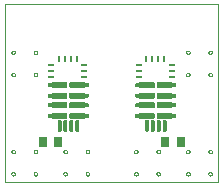
<source format=gtp>
G75*
%MOIN*%
%OFA0B0*%
%FSLAX25Y25*%
%IPPOS*%
%LPD*%
%AMOC8*
5,1,8,0,0,1.08239X$1,22.5*
%
%ADD10C,0.00000*%
%ADD11R,0.02756X0.03543*%
%ADD12R,0.02362X0.00984*%
%ADD13R,0.00984X0.02362*%
%ADD14C,0.00100*%
D10*
X0002452Y0002452D02*
X0002452Y0061507D01*
X0073318Y0061507D01*
X0073318Y0002452D01*
X0002452Y0002452D01*
X0004459Y0005050D02*
X0004461Y0005098D01*
X0004467Y0005146D01*
X0004477Y0005193D01*
X0004490Y0005239D01*
X0004508Y0005284D01*
X0004528Y0005328D01*
X0004553Y0005370D01*
X0004581Y0005409D01*
X0004611Y0005446D01*
X0004645Y0005480D01*
X0004682Y0005512D01*
X0004720Y0005541D01*
X0004761Y0005566D01*
X0004804Y0005588D01*
X0004849Y0005606D01*
X0004895Y0005620D01*
X0004942Y0005631D01*
X0004990Y0005638D01*
X0005038Y0005641D01*
X0005086Y0005640D01*
X0005134Y0005635D01*
X0005182Y0005626D01*
X0005228Y0005614D01*
X0005273Y0005597D01*
X0005317Y0005577D01*
X0005359Y0005554D01*
X0005399Y0005527D01*
X0005437Y0005497D01*
X0005472Y0005464D01*
X0005504Y0005428D01*
X0005534Y0005390D01*
X0005560Y0005349D01*
X0005582Y0005306D01*
X0005602Y0005262D01*
X0005617Y0005217D01*
X0005629Y0005170D01*
X0005637Y0005122D01*
X0005641Y0005074D01*
X0005641Y0005026D01*
X0005637Y0004978D01*
X0005629Y0004930D01*
X0005617Y0004883D01*
X0005602Y0004838D01*
X0005582Y0004794D01*
X0005560Y0004751D01*
X0005534Y0004710D01*
X0005504Y0004672D01*
X0005472Y0004636D01*
X0005437Y0004603D01*
X0005399Y0004573D01*
X0005359Y0004546D01*
X0005317Y0004523D01*
X0005273Y0004503D01*
X0005228Y0004486D01*
X0005182Y0004474D01*
X0005134Y0004465D01*
X0005086Y0004460D01*
X0005038Y0004459D01*
X0004990Y0004462D01*
X0004942Y0004469D01*
X0004895Y0004480D01*
X0004849Y0004494D01*
X0004804Y0004512D01*
X0004761Y0004534D01*
X0004720Y0004559D01*
X0004682Y0004588D01*
X0004645Y0004620D01*
X0004611Y0004654D01*
X0004581Y0004691D01*
X0004553Y0004730D01*
X0004528Y0004772D01*
X0004508Y0004816D01*
X0004490Y0004861D01*
X0004477Y0004907D01*
X0004467Y0004954D01*
X0004461Y0005002D01*
X0004459Y0005050D01*
X0004459Y0012452D02*
X0004461Y0012500D01*
X0004467Y0012548D01*
X0004477Y0012595D01*
X0004490Y0012641D01*
X0004508Y0012686D01*
X0004528Y0012730D01*
X0004553Y0012772D01*
X0004581Y0012811D01*
X0004611Y0012848D01*
X0004645Y0012882D01*
X0004682Y0012914D01*
X0004720Y0012943D01*
X0004761Y0012968D01*
X0004804Y0012990D01*
X0004849Y0013008D01*
X0004895Y0013022D01*
X0004942Y0013033D01*
X0004990Y0013040D01*
X0005038Y0013043D01*
X0005086Y0013042D01*
X0005134Y0013037D01*
X0005182Y0013028D01*
X0005228Y0013016D01*
X0005273Y0012999D01*
X0005317Y0012979D01*
X0005359Y0012956D01*
X0005399Y0012929D01*
X0005437Y0012899D01*
X0005472Y0012866D01*
X0005504Y0012830D01*
X0005534Y0012792D01*
X0005560Y0012751D01*
X0005582Y0012708D01*
X0005602Y0012664D01*
X0005617Y0012619D01*
X0005629Y0012572D01*
X0005637Y0012524D01*
X0005641Y0012476D01*
X0005641Y0012428D01*
X0005637Y0012380D01*
X0005629Y0012332D01*
X0005617Y0012285D01*
X0005602Y0012240D01*
X0005582Y0012196D01*
X0005560Y0012153D01*
X0005534Y0012112D01*
X0005504Y0012074D01*
X0005472Y0012038D01*
X0005437Y0012005D01*
X0005399Y0011975D01*
X0005359Y0011948D01*
X0005317Y0011925D01*
X0005273Y0011905D01*
X0005228Y0011888D01*
X0005182Y0011876D01*
X0005134Y0011867D01*
X0005086Y0011862D01*
X0005038Y0011861D01*
X0004990Y0011864D01*
X0004942Y0011871D01*
X0004895Y0011882D01*
X0004849Y0011896D01*
X0004804Y0011914D01*
X0004761Y0011936D01*
X0004720Y0011961D01*
X0004682Y0011990D01*
X0004645Y0012022D01*
X0004611Y0012056D01*
X0004581Y0012093D01*
X0004553Y0012132D01*
X0004528Y0012174D01*
X0004508Y0012218D01*
X0004490Y0012263D01*
X0004477Y0012309D01*
X0004467Y0012356D01*
X0004461Y0012404D01*
X0004459Y0012452D01*
X0011861Y0012452D02*
X0011863Y0012500D01*
X0011869Y0012548D01*
X0011879Y0012595D01*
X0011892Y0012641D01*
X0011910Y0012686D01*
X0011930Y0012730D01*
X0011955Y0012772D01*
X0011983Y0012811D01*
X0012013Y0012848D01*
X0012047Y0012882D01*
X0012084Y0012914D01*
X0012122Y0012943D01*
X0012163Y0012968D01*
X0012206Y0012990D01*
X0012251Y0013008D01*
X0012297Y0013022D01*
X0012344Y0013033D01*
X0012392Y0013040D01*
X0012440Y0013043D01*
X0012488Y0013042D01*
X0012536Y0013037D01*
X0012584Y0013028D01*
X0012630Y0013016D01*
X0012675Y0012999D01*
X0012719Y0012979D01*
X0012761Y0012956D01*
X0012801Y0012929D01*
X0012839Y0012899D01*
X0012874Y0012866D01*
X0012906Y0012830D01*
X0012936Y0012792D01*
X0012962Y0012751D01*
X0012984Y0012708D01*
X0013004Y0012664D01*
X0013019Y0012619D01*
X0013031Y0012572D01*
X0013039Y0012524D01*
X0013043Y0012476D01*
X0013043Y0012428D01*
X0013039Y0012380D01*
X0013031Y0012332D01*
X0013019Y0012285D01*
X0013004Y0012240D01*
X0012984Y0012196D01*
X0012962Y0012153D01*
X0012936Y0012112D01*
X0012906Y0012074D01*
X0012874Y0012038D01*
X0012839Y0012005D01*
X0012801Y0011975D01*
X0012761Y0011948D01*
X0012719Y0011925D01*
X0012675Y0011905D01*
X0012630Y0011888D01*
X0012584Y0011876D01*
X0012536Y0011867D01*
X0012488Y0011862D01*
X0012440Y0011861D01*
X0012392Y0011864D01*
X0012344Y0011871D01*
X0012297Y0011882D01*
X0012251Y0011896D01*
X0012206Y0011914D01*
X0012163Y0011936D01*
X0012122Y0011961D01*
X0012084Y0011990D01*
X0012047Y0012022D01*
X0012013Y0012056D01*
X0011983Y0012093D01*
X0011955Y0012132D01*
X0011930Y0012174D01*
X0011910Y0012218D01*
X0011892Y0012263D01*
X0011879Y0012309D01*
X0011869Y0012356D01*
X0011863Y0012404D01*
X0011861Y0012452D01*
X0011861Y0005050D02*
X0011863Y0005098D01*
X0011869Y0005146D01*
X0011879Y0005193D01*
X0011892Y0005239D01*
X0011910Y0005284D01*
X0011930Y0005328D01*
X0011955Y0005370D01*
X0011983Y0005409D01*
X0012013Y0005446D01*
X0012047Y0005480D01*
X0012084Y0005512D01*
X0012122Y0005541D01*
X0012163Y0005566D01*
X0012206Y0005588D01*
X0012251Y0005606D01*
X0012297Y0005620D01*
X0012344Y0005631D01*
X0012392Y0005638D01*
X0012440Y0005641D01*
X0012488Y0005640D01*
X0012536Y0005635D01*
X0012584Y0005626D01*
X0012630Y0005614D01*
X0012675Y0005597D01*
X0012719Y0005577D01*
X0012761Y0005554D01*
X0012801Y0005527D01*
X0012839Y0005497D01*
X0012874Y0005464D01*
X0012906Y0005428D01*
X0012936Y0005390D01*
X0012962Y0005349D01*
X0012984Y0005306D01*
X0013004Y0005262D01*
X0013019Y0005217D01*
X0013031Y0005170D01*
X0013039Y0005122D01*
X0013043Y0005074D01*
X0013043Y0005026D01*
X0013039Y0004978D01*
X0013031Y0004930D01*
X0013019Y0004883D01*
X0013004Y0004838D01*
X0012984Y0004794D01*
X0012962Y0004751D01*
X0012936Y0004710D01*
X0012906Y0004672D01*
X0012874Y0004636D01*
X0012839Y0004603D01*
X0012801Y0004573D01*
X0012761Y0004546D01*
X0012719Y0004523D01*
X0012675Y0004503D01*
X0012630Y0004486D01*
X0012584Y0004474D01*
X0012536Y0004465D01*
X0012488Y0004460D01*
X0012440Y0004459D01*
X0012392Y0004462D01*
X0012344Y0004469D01*
X0012297Y0004480D01*
X0012251Y0004494D01*
X0012206Y0004512D01*
X0012163Y0004534D01*
X0012122Y0004559D01*
X0012084Y0004588D01*
X0012047Y0004620D01*
X0012013Y0004654D01*
X0011983Y0004691D01*
X0011955Y0004730D01*
X0011930Y0004772D01*
X0011910Y0004816D01*
X0011892Y0004861D01*
X0011879Y0004907D01*
X0011869Y0004954D01*
X0011863Y0005002D01*
X0011861Y0005050D01*
X0021782Y0005050D02*
X0021784Y0005098D01*
X0021790Y0005146D01*
X0021800Y0005193D01*
X0021813Y0005239D01*
X0021831Y0005284D01*
X0021851Y0005328D01*
X0021876Y0005370D01*
X0021904Y0005409D01*
X0021934Y0005446D01*
X0021968Y0005480D01*
X0022005Y0005512D01*
X0022043Y0005541D01*
X0022084Y0005566D01*
X0022127Y0005588D01*
X0022172Y0005606D01*
X0022218Y0005620D01*
X0022265Y0005631D01*
X0022313Y0005638D01*
X0022361Y0005641D01*
X0022409Y0005640D01*
X0022457Y0005635D01*
X0022505Y0005626D01*
X0022551Y0005614D01*
X0022596Y0005597D01*
X0022640Y0005577D01*
X0022682Y0005554D01*
X0022722Y0005527D01*
X0022760Y0005497D01*
X0022795Y0005464D01*
X0022827Y0005428D01*
X0022857Y0005390D01*
X0022883Y0005349D01*
X0022905Y0005306D01*
X0022925Y0005262D01*
X0022940Y0005217D01*
X0022952Y0005170D01*
X0022960Y0005122D01*
X0022964Y0005074D01*
X0022964Y0005026D01*
X0022960Y0004978D01*
X0022952Y0004930D01*
X0022940Y0004883D01*
X0022925Y0004838D01*
X0022905Y0004794D01*
X0022883Y0004751D01*
X0022857Y0004710D01*
X0022827Y0004672D01*
X0022795Y0004636D01*
X0022760Y0004603D01*
X0022722Y0004573D01*
X0022682Y0004546D01*
X0022640Y0004523D01*
X0022596Y0004503D01*
X0022551Y0004486D01*
X0022505Y0004474D01*
X0022457Y0004465D01*
X0022409Y0004460D01*
X0022361Y0004459D01*
X0022313Y0004462D01*
X0022265Y0004469D01*
X0022218Y0004480D01*
X0022172Y0004494D01*
X0022127Y0004512D01*
X0022084Y0004534D01*
X0022043Y0004559D01*
X0022005Y0004588D01*
X0021968Y0004620D01*
X0021934Y0004654D01*
X0021904Y0004691D01*
X0021876Y0004730D01*
X0021851Y0004772D01*
X0021831Y0004816D01*
X0021813Y0004861D01*
X0021800Y0004907D01*
X0021790Y0004954D01*
X0021784Y0005002D01*
X0021782Y0005050D01*
X0029183Y0005050D02*
X0029185Y0005098D01*
X0029191Y0005146D01*
X0029201Y0005193D01*
X0029214Y0005239D01*
X0029232Y0005284D01*
X0029252Y0005328D01*
X0029277Y0005370D01*
X0029305Y0005409D01*
X0029335Y0005446D01*
X0029369Y0005480D01*
X0029406Y0005512D01*
X0029444Y0005541D01*
X0029485Y0005566D01*
X0029528Y0005588D01*
X0029573Y0005606D01*
X0029619Y0005620D01*
X0029666Y0005631D01*
X0029714Y0005638D01*
X0029762Y0005641D01*
X0029810Y0005640D01*
X0029858Y0005635D01*
X0029906Y0005626D01*
X0029952Y0005614D01*
X0029997Y0005597D01*
X0030041Y0005577D01*
X0030083Y0005554D01*
X0030123Y0005527D01*
X0030161Y0005497D01*
X0030196Y0005464D01*
X0030228Y0005428D01*
X0030258Y0005390D01*
X0030284Y0005349D01*
X0030306Y0005306D01*
X0030326Y0005262D01*
X0030341Y0005217D01*
X0030353Y0005170D01*
X0030361Y0005122D01*
X0030365Y0005074D01*
X0030365Y0005026D01*
X0030361Y0004978D01*
X0030353Y0004930D01*
X0030341Y0004883D01*
X0030326Y0004838D01*
X0030306Y0004794D01*
X0030284Y0004751D01*
X0030258Y0004710D01*
X0030228Y0004672D01*
X0030196Y0004636D01*
X0030161Y0004603D01*
X0030123Y0004573D01*
X0030083Y0004546D01*
X0030041Y0004523D01*
X0029997Y0004503D01*
X0029952Y0004486D01*
X0029906Y0004474D01*
X0029858Y0004465D01*
X0029810Y0004460D01*
X0029762Y0004459D01*
X0029714Y0004462D01*
X0029666Y0004469D01*
X0029619Y0004480D01*
X0029573Y0004494D01*
X0029528Y0004512D01*
X0029485Y0004534D01*
X0029444Y0004559D01*
X0029406Y0004588D01*
X0029369Y0004620D01*
X0029335Y0004654D01*
X0029305Y0004691D01*
X0029277Y0004730D01*
X0029252Y0004772D01*
X0029232Y0004816D01*
X0029214Y0004861D01*
X0029201Y0004907D01*
X0029191Y0004954D01*
X0029185Y0005002D01*
X0029183Y0005050D01*
X0029183Y0012452D02*
X0029185Y0012500D01*
X0029191Y0012548D01*
X0029201Y0012595D01*
X0029214Y0012641D01*
X0029232Y0012686D01*
X0029252Y0012730D01*
X0029277Y0012772D01*
X0029305Y0012811D01*
X0029335Y0012848D01*
X0029369Y0012882D01*
X0029406Y0012914D01*
X0029444Y0012943D01*
X0029485Y0012968D01*
X0029528Y0012990D01*
X0029573Y0013008D01*
X0029619Y0013022D01*
X0029666Y0013033D01*
X0029714Y0013040D01*
X0029762Y0013043D01*
X0029810Y0013042D01*
X0029858Y0013037D01*
X0029906Y0013028D01*
X0029952Y0013016D01*
X0029997Y0012999D01*
X0030041Y0012979D01*
X0030083Y0012956D01*
X0030123Y0012929D01*
X0030161Y0012899D01*
X0030196Y0012866D01*
X0030228Y0012830D01*
X0030258Y0012792D01*
X0030284Y0012751D01*
X0030306Y0012708D01*
X0030326Y0012664D01*
X0030341Y0012619D01*
X0030353Y0012572D01*
X0030361Y0012524D01*
X0030365Y0012476D01*
X0030365Y0012428D01*
X0030361Y0012380D01*
X0030353Y0012332D01*
X0030341Y0012285D01*
X0030326Y0012240D01*
X0030306Y0012196D01*
X0030284Y0012153D01*
X0030258Y0012112D01*
X0030228Y0012074D01*
X0030196Y0012038D01*
X0030161Y0012005D01*
X0030123Y0011975D01*
X0030083Y0011948D01*
X0030041Y0011925D01*
X0029997Y0011905D01*
X0029952Y0011888D01*
X0029906Y0011876D01*
X0029858Y0011867D01*
X0029810Y0011862D01*
X0029762Y0011861D01*
X0029714Y0011864D01*
X0029666Y0011871D01*
X0029619Y0011882D01*
X0029573Y0011896D01*
X0029528Y0011914D01*
X0029485Y0011936D01*
X0029444Y0011961D01*
X0029406Y0011990D01*
X0029369Y0012022D01*
X0029335Y0012056D01*
X0029305Y0012093D01*
X0029277Y0012132D01*
X0029252Y0012174D01*
X0029232Y0012218D01*
X0029214Y0012263D01*
X0029201Y0012309D01*
X0029191Y0012356D01*
X0029185Y0012404D01*
X0029183Y0012452D01*
X0021782Y0012452D02*
X0021784Y0012500D01*
X0021790Y0012548D01*
X0021800Y0012595D01*
X0021813Y0012641D01*
X0021831Y0012686D01*
X0021851Y0012730D01*
X0021876Y0012772D01*
X0021904Y0012811D01*
X0021934Y0012848D01*
X0021968Y0012882D01*
X0022005Y0012914D01*
X0022043Y0012943D01*
X0022084Y0012968D01*
X0022127Y0012990D01*
X0022172Y0013008D01*
X0022218Y0013022D01*
X0022265Y0013033D01*
X0022313Y0013040D01*
X0022361Y0013043D01*
X0022409Y0013042D01*
X0022457Y0013037D01*
X0022505Y0013028D01*
X0022551Y0013016D01*
X0022596Y0012999D01*
X0022640Y0012979D01*
X0022682Y0012956D01*
X0022722Y0012929D01*
X0022760Y0012899D01*
X0022795Y0012866D01*
X0022827Y0012830D01*
X0022857Y0012792D01*
X0022883Y0012751D01*
X0022905Y0012708D01*
X0022925Y0012664D01*
X0022940Y0012619D01*
X0022952Y0012572D01*
X0022960Y0012524D01*
X0022964Y0012476D01*
X0022964Y0012428D01*
X0022960Y0012380D01*
X0022952Y0012332D01*
X0022940Y0012285D01*
X0022925Y0012240D01*
X0022905Y0012196D01*
X0022883Y0012153D01*
X0022857Y0012112D01*
X0022827Y0012074D01*
X0022795Y0012038D01*
X0022760Y0012005D01*
X0022722Y0011975D01*
X0022682Y0011948D01*
X0022640Y0011925D01*
X0022596Y0011905D01*
X0022551Y0011888D01*
X0022505Y0011876D01*
X0022457Y0011867D01*
X0022409Y0011862D01*
X0022361Y0011861D01*
X0022313Y0011864D01*
X0022265Y0011871D01*
X0022218Y0011882D01*
X0022172Y0011896D01*
X0022127Y0011914D01*
X0022084Y0011936D01*
X0022043Y0011961D01*
X0022005Y0011990D01*
X0021968Y0012022D01*
X0021934Y0012056D01*
X0021904Y0012093D01*
X0021876Y0012132D01*
X0021851Y0012174D01*
X0021831Y0012218D01*
X0021813Y0012263D01*
X0021800Y0012309D01*
X0021790Y0012356D01*
X0021784Y0012404D01*
X0021782Y0012452D01*
X0045404Y0012452D02*
X0045406Y0012500D01*
X0045412Y0012548D01*
X0045422Y0012595D01*
X0045435Y0012641D01*
X0045453Y0012686D01*
X0045473Y0012730D01*
X0045498Y0012772D01*
X0045526Y0012811D01*
X0045556Y0012848D01*
X0045590Y0012882D01*
X0045627Y0012914D01*
X0045665Y0012943D01*
X0045706Y0012968D01*
X0045749Y0012990D01*
X0045794Y0013008D01*
X0045840Y0013022D01*
X0045887Y0013033D01*
X0045935Y0013040D01*
X0045983Y0013043D01*
X0046031Y0013042D01*
X0046079Y0013037D01*
X0046127Y0013028D01*
X0046173Y0013016D01*
X0046218Y0012999D01*
X0046262Y0012979D01*
X0046304Y0012956D01*
X0046344Y0012929D01*
X0046382Y0012899D01*
X0046417Y0012866D01*
X0046449Y0012830D01*
X0046479Y0012792D01*
X0046505Y0012751D01*
X0046527Y0012708D01*
X0046547Y0012664D01*
X0046562Y0012619D01*
X0046574Y0012572D01*
X0046582Y0012524D01*
X0046586Y0012476D01*
X0046586Y0012428D01*
X0046582Y0012380D01*
X0046574Y0012332D01*
X0046562Y0012285D01*
X0046547Y0012240D01*
X0046527Y0012196D01*
X0046505Y0012153D01*
X0046479Y0012112D01*
X0046449Y0012074D01*
X0046417Y0012038D01*
X0046382Y0012005D01*
X0046344Y0011975D01*
X0046304Y0011948D01*
X0046262Y0011925D01*
X0046218Y0011905D01*
X0046173Y0011888D01*
X0046127Y0011876D01*
X0046079Y0011867D01*
X0046031Y0011862D01*
X0045983Y0011861D01*
X0045935Y0011864D01*
X0045887Y0011871D01*
X0045840Y0011882D01*
X0045794Y0011896D01*
X0045749Y0011914D01*
X0045706Y0011936D01*
X0045665Y0011961D01*
X0045627Y0011990D01*
X0045590Y0012022D01*
X0045556Y0012056D01*
X0045526Y0012093D01*
X0045498Y0012132D01*
X0045473Y0012174D01*
X0045453Y0012218D01*
X0045435Y0012263D01*
X0045422Y0012309D01*
X0045412Y0012356D01*
X0045406Y0012404D01*
X0045404Y0012452D01*
X0052805Y0012452D02*
X0052807Y0012500D01*
X0052813Y0012548D01*
X0052823Y0012595D01*
X0052836Y0012641D01*
X0052854Y0012686D01*
X0052874Y0012730D01*
X0052899Y0012772D01*
X0052927Y0012811D01*
X0052957Y0012848D01*
X0052991Y0012882D01*
X0053028Y0012914D01*
X0053066Y0012943D01*
X0053107Y0012968D01*
X0053150Y0012990D01*
X0053195Y0013008D01*
X0053241Y0013022D01*
X0053288Y0013033D01*
X0053336Y0013040D01*
X0053384Y0013043D01*
X0053432Y0013042D01*
X0053480Y0013037D01*
X0053528Y0013028D01*
X0053574Y0013016D01*
X0053619Y0012999D01*
X0053663Y0012979D01*
X0053705Y0012956D01*
X0053745Y0012929D01*
X0053783Y0012899D01*
X0053818Y0012866D01*
X0053850Y0012830D01*
X0053880Y0012792D01*
X0053906Y0012751D01*
X0053928Y0012708D01*
X0053948Y0012664D01*
X0053963Y0012619D01*
X0053975Y0012572D01*
X0053983Y0012524D01*
X0053987Y0012476D01*
X0053987Y0012428D01*
X0053983Y0012380D01*
X0053975Y0012332D01*
X0053963Y0012285D01*
X0053948Y0012240D01*
X0053928Y0012196D01*
X0053906Y0012153D01*
X0053880Y0012112D01*
X0053850Y0012074D01*
X0053818Y0012038D01*
X0053783Y0012005D01*
X0053745Y0011975D01*
X0053705Y0011948D01*
X0053663Y0011925D01*
X0053619Y0011905D01*
X0053574Y0011888D01*
X0053528Y0011876D01*
X0053480Y0011867D01*
X0053432Y0011862D01*
X0053384Y0011861D01*
X0053336Y0011864D01*
X0053288Y0011871D01*
X0053241Y0011882D01*
X0053195Y0011896D01*
X0053150Y0011914D01*
X0053107Y0011936D01*
X0053066Y0011961D01*
X0053028Y0011990D01*
X0052991Y0012022D01*
X0052957Y0012056D01*
X0052927Y0012093D01*
X0052899Y0012132D01*
X0052874Y0012174D01*
X0052854Y0012218D01*
X0052836Y0012263D01*
X0052823Y0012309D01*
X0052813Y0012356D01*
X0052807Y0012404D01*
X0052805Y0012452D01*
X0052805Y0005050D02*
X0052807Y0005098D01*
X0052813Y0005146D01*
X0052823Y0005193D01*
X0052836Y0005239D01*
X0052854Y0005284D01*
X0052874Y0005328D01*
X0052899Y0005370D01*
X0052927Y0005409D01*
X0052957Y0005446D01*
X0052991Y0005480D01*
X0053028Y0005512D01*
X0053066Y0005541D01*
X0053107Y0005566D01*
X0053150Y0005588D01*
X0053195Y0005606D01*
X0053241Y0005620D01*
X0053288Y0005631D01*
X0053336Y0005638D01*
X0053384Y0005641D01*
X0053432Y0005640D01*
X0053480Y0005635D01*
X0053528Y0005626D01*
X0053574Y0005614D01*
X0053619Y0005597D01*
X0053663Y0005577D01*
X0053705Y0005554D01*
X0053745Y0005527D01*
X0053783Y0005497D01*
X0053818Y0005464D01*
X0053850Y0005428D01*
X0053880Y0005390D01*
X0053906Y0005349D01*
X0053928Y0005306D01*
X0053948Y0005262D01*
X0053963Y0005217D01*
X0053975Y0005170D01*
X0053983Y0005122D01*
X0053987Y0005074D01*
X0053987Y0005026D01*
X0053983Y0004978D01*
X0053975Y0004930D01*
X0053963Y0004883D01*
X0053948Y0004838D01*
X0053928Y0004794D01*
X0053906Y0004751D01*
X0053880Y0004710D01*
X0053850Y0004672D01*
X0053818Y0004636D01*
X0053783Y0004603D01*
X0053745Y0004573D01*
X0053705Y0004546D01*
X0053663Y0004523D01*
X0053619Y0004503D01*
X0053574Y0004486D01*
X0053528Y0004474D01*
X0053480Y0004465D01*
X0053432Y0004460D01*
X0053384Y0004459D01*
X0053336Y0004462D01*
X0053288Y0004469D01*
X0053241Y0004480D01*
X0053195Y0004494D01*
X0053150Y0004512D01*
X0053107Y0004534D01*
X0053066Y0004559D01*
X0053028Y0004588D01*
X0052991Y0004620D01*
X0052957Y0004654D01*
X0052927Y0004691D01*
X0052899Y0004730D01*
X0052874Y0004772D01*
X0052854Y0004816D01*
X0052836Y0004861D01*
X0052823Y0004907D01*
X0052813Y0004954D01*
X0052807Y0005002D01*
X0052805Y0005050D01*
X0045404Y0005050D02*
X0045406Y0005098D01*
X0045412Y0005146D01*
X0045422Y0005193D01*
X0045435Y0005239D01*
X0045453Y0005284D01*
X0045473Y0005328D01*
X0045498Y0005370D01*
X0045526Y0005409D01*
X0045556Y0005446D01*
X0045590Y0005480D01*
X0045627Y0005512D01*
X0045665Y0005541D01*
X0045706Y0005566D01*
X0045749Y0005588D01*
X0045794Y0005606D01*
X0045840Y0005620D01*
X0045887Y0005631D01*
X0045935Y0005638D01*
X0045983Y0005641D01*
X0046031Y0005640D01*
X0046079Y0005635D01*
X0046127Y0005626D01*
X0046173Y0005614D01*
X0046218Y0005597D01*
X0046262Y0005577D01*
X0046304Y0005554D01*
X0046344Y0005527D01*
X0046382Y0005497D01*
X0046417Y0005464D01*
X0046449Y0005428D01*
X0046479Y0005390D01*
X0046505Y0005349D01*
X0046527Y0005306D01*
X0046547Y0005262D01*
X0046562Y0005217D01*
X0046574Y0005170D01*
X0046582Y0005122D01*
X0046586Y0005074D01*
X0046586Y0005026D01*
X0046582Y0004978D01*
X0046574Y0004930D01*
X0046562Y0004883D01*
X0046547Y0004838D01*
X0046527Y0004794D01*
X0046505Y0004751D01*
X0046479Y0004710D01*
X0046449Y0004672D01*
X0046417Y0004636D01*
X0046382Y0004603D01*
X0046344Y0004573D01*
X0046304Y0004546D01*
X0046262Y0004523D01*
X0046218Y0004503D01*
X0046173Y0004486D01*
X0046127Y0004474D01*
X0046079Y0004465D01*
X0046031Y0004460D01*
X0045983Y0004459D01*
X0045935Y0004462D01*
X0045887Y0004469D01*
X0045840Y0004480D01*
X0045794Y0004494D01*
X0045749Y0004512D01*
X0045706Y0004534D01*
X0045665Y0004559D01*
X0045627Y0004588D01*
X0045590Y0004620D01*
X0045556Y0004654D01*
X0045526Y0004691D01*
X0045498Y0004730D01*
X0045473Y0004772D01*
X0045453Y0004816D01*
X0045435Y0004861D01*
X0045422Y0004907D01*
X0045412Y0004954D01*
X0045406Y0005002D01*
X0045404Y0005050D01*
X0062727Y0005050D02*
X0062729Y0005098D01*
X0062735Y0005146D01*
X0062745Y0005193D01*
X0062758Y0005239D01*
X0062776Y0005284D01*
X0062796Y0005328D01*
X0062821Y0005370D01*
X0062849Y0005409D01*
X0062879Y0005446D01*
X0062913Y0005480D01*
X0062950Y0005512D01*
X0062988Y0005541D01*
X0063029Y0005566D01*
X0063072Y0005588D01*
X0063117Y0005606D01*
X0063163Y0005620D01*
X0063210Y0005631D01*
X0063258Y0005638D01*
X0063306Y0005641D01*
X0063354Y0005640D01*
X0063402Y0005635D01*
X0063450Y0005626D01*
X0063496Y0005614D01*
X0063541Y0005597D01*
X0063585Y0005577D01*
X0063627Y0005554D01*
X0063667Y0005527D01*
X0063705Y0005497D01*
X0063740Y0005464D01*
X0063772Y0005428D01*
X0063802Y0005390D01*
X0063828Y0005349D01*
X0063850Y0005306D01*
X0063870Y0005262D01*
X0063885Y0005217D01*
X0063897Y0005170D01*
X0063905Y0005122D01*
X0063909Y0005074D01*
X0063909Y0005026D01*
X0063905Y0004978D01*
X0063897Y0004930D01*
X0063885Y0004883D01*
X0063870Y0004838D01*
X0063850Y0004794D01*
X0063828Y0004751D01*
X0063802Y0004710D01*
X0063772Y0004672D01*
X0063740Y0004636D01*
X0063705Y0004603D01*
X0063667Y0004573D01*
X0063627Y0004546D01*
X0063585Y0004523D01*
X0063541Y0004503D01*
X0063496Y0004486D01*
X0063450Y0004474D01*
X0063402Y0004465D01*
X0063354Y0004460D01*
X0063306Y0004459D01*
X0063258Y0004462D01*
X0063210Y0004469D01*
X0063163Y0004480D01*
X0063117Y0004494D01*
X0063072Y0004512D01*
X0063029Y0004534D01*
X0062988Y0004559D01*
X0062950Y0004588D01*
X0062913Y0004620D01*
X0062879Y0004654D01*
X0062849Y0004691D01*
X0062821Y0004730D01*
X0062796Y0004772D01*
X0062776Y0004816D01*
X0062758Y0004861D01*
X0062745Y0004907D01*
X0062735Y0004954D01*
X0062729Y0005002D01*
X0062727Y0005050D01*
X0062727Y0012452D02*
X0062729Y0012500D01*
X0062735Y0012548D01*
X0062745Y0012595D01*
X0062758Y0012641D01*
X0062776Y0012686D01*
X0062796Y0012730D01*
X0062821Y0012772D01*
X0062849Y0012811D01*
X0062879Y0012848D01*
X0062913Y0012882D01*
X0062950Y0012914D01*
X0062988Y0012943D01*
X0063029Y0012968D01*
X0063072Y0012990D01*
X0063117Y0013008D01*
X0063163Y0013022D01*
X0063210Y0013033D01*
X0063258Y0013040D01*
X0063306Y0013043D01*
X0063354Y0013042D01*
X0063402Y0013037D01*
X0063450Y0013028D01*
X0063496Y0013016D01*
X0063541Y0012999D01*
X0063585Y0012979D01*
X0063627Y0012956D01*
X0063667Y0012929D01*
X0063705Y0012899D01*
X0063740Y0012866D01*
X0063772Y0012830D01*
X0063802Y0012792D01*
X0063828Y0012751D01*
X0063850Y0012708D01*
X0063870Y0012664D01*
X0063885Y0012619D01*
X0063897Y0012572D01*
X0063905Y0012524D01*
X0063909Y0012476D01*
X0063909Y0012428D01*
X0063905Y0012380D01*
X0063897Y0012332D01*
X0063885Y0012285D01*
X0063870Y0012240D01*
X0063850Y0012196D01*
X0063828Y0012153D01*
X0063802Y0012112D01*
X0063772Y0012074D01*
X0063740Y0012038D01*
X0063705Y0012005D01*
X0063667Y0011975D01*
X0063627Y0011948D01*
X0063585Y0011925D01*
X0063541Y0011905D01*
X0063496Y0011888D01*
X0063450Y0011876D01*
X0063402Y0011867D01*
X0063354Y0011862D01*
X0063306Y0011861D01*
X0063258Y0011864D01*
X0063210Y0011871D01*
X0063163Y0011882D01*
X0063117Y0011896D01*
X0063072Y0011914D01*
X0063029Y0011936D01*
X0062988Y0011961D01*
X0062950Y0011990D01*
X0062913Y0012022D01*
X0062879Y0012056D01*
X0062849Y0012093D01*
X0062821Y0012132D01*
X0062796Y0012174D01*
X0062776Y0012218D01*
X0062758Y0012263D01*
X0062745Y0012309D01*
X0062735Y0012356D01*
X0062729Y0012404D01*
X0062727Y0012452D01*
X0070128Y0012452D02*
X0070130Y0012500D01*
X0070136Y0012548D01*
X0070146Y0012595D01*
X0070159Y0012641D01*
X0070177Y0012686D01*
X0070197Y0012730D01*
X0070222Y0012772D01*
X0070250Y0012811D01*
X0070280Y0012848D01*
X0070314Y0012882D01*
X0070351Y0012914D01*
X0070389Y0012943D01*
X0070430Y0012968D01*
X0070473Y0012990D01*
X0070518Y0013008D01*
X0070564Y0013022D01*
X0070611Y0013033D01*
X0070659Y0013040D01*
X0070707Y0013043D01*
X0070755Y0013042D01*
X0070803Y0013037D01*
X0070851Y0013028D01*
X0070897Y0013016D01*
X0070942Y0012999D01*
X0070986Y0012979D01*
X0071028Y0012956D01*
X0071068Y0012929D01*
X0071106Y0012899D01*
X0071141Y0012866D01*
X0071173Y0012830D01*
X0071203Y0012792D01*
X0071229Y0012751D01*
X0071251Y0012708D01*
X0071271Y0012664D01*
X0071286Y0012619D01*
X0071298Y0012572D01*
X0071306Y0012524D01*
X0071310Y0012476D01*
X0071310Y0012428D01*
X0071306Y0012380D01*
X0071298Y0012332D01*
X0071286Y0012285D01*
X0071271Y0012240D01*
X0071251Y0012196D01*
X0071229Y0012153D01*
X0071203Y0012112D01*
X0071173Y0012074D01*
X0071141Y0012038D01*
X0071106Y0012005D01*
X0071068Y0011975D01*
X0071028Y0011948D01*
X0070986Y0011925D01*
X0070942Y0011905D01*
X0070897Y0011888D01*
X0070851Y0011876D01*
X0070803Y0011867D01*
X0070755Y0011862D01*
X0070707Y0011861D01*
X0070659Y0011864D01*
X0070611Y0011871D01*
X0070564Y0011882D01*
X0070518Y0011896D01*
X0070473Y0011914D01*
X0070430Y0011936D01*
X0070389Y0011961D01*
X0070351Y0011990D01*
X0070314Y0012022D01*
X0070280Y0012056D01*
X0070250Y0012093D01*
X0070222Y0012132D01*
X0070197Y0012174D01*
X0070177Y0012218D01*
X0070159Y0012263D01*
X0070146Y0012309D01*
X0070136Y0012356D01*
X0070130Y0012404D01*
X0070128Y0012452D01*
X0070128Y0005050D02*
X0070130Y0005098D01*
X0070136Y0005146D01*
X0070146Y0005193D01*
X0070159Y0005239D01*
X0070177Y0005284D01*
X0070197Y0005328D01*
X0070222Y0005370D01*
X0070250Y0005409D01*
X0070280Y0005446D01*
X0070314Y0005480D01*
X0070351Y0005512D01*
X0070389Y0005541D01*
X0070430Y0005566D01*
X0070473Y0005588D01*
X0070518Y0005606D01*
X0070564Y0005620D01*
X0070611Y0005631D01*
X0070659Y0005638D01*
X0070707Y0005641D01*
X0070755Y0005640D01*
X0070803Y0005635D01*
X0070851Y0005626D01*
X0070897Y0005614D01*
X0070942Y0005597D01*
X0070986Y0005577D01*
X0071028Y0005554D01*
X0071068Y0005527D01*
X0071106Y0005497D01*
X0071141Y0005464D01*
X0071173Y0005428D01*
X0071203Y0005390D01*
X0071229Y0005349D01*
X0071251Y0005306D01*
X0071271Y0005262D01*
X0071286Y0005217D01*
X0071298Y0005170D01*
X0071306Y0005122D01*
X0071310Y0005074D01*
X0071310Y0005026D01*
X0071306Y0004978D01*
X0071298Y0004930D01*
X0071286Y0004883D01*
X0071271Y0004838D01*
X0071251Y0004794D01*
X0071229Y0004751D01*
X0071203Y0004710D01*
X0071173Y0004672D01*
X0071141Y0004636D01*
X0071106Y0004603D01*
X0071068Y0004573D01*
X0071028Y0004546D01*
X0070986Y0004523D01*
X0070942Y0004503D01*
X0070897Y0004486D01*
X0070851Y0004474D01*
X0070803Y0004465D01*
X0070755Y0004460D01*
X0070707Y0004459D01*
X0070659Y0004462D01*
X0070611Y0004469D01*
X0070564Y0004480D01*
X0070518Y0004494D01*
X0070473Y0004512D01*
X0070430Y0004534D01*
X0070389Y0004559D01*
X0070351Y0004588D01*
X0070314Y0004620D01*
X0070280Y0004654D01*
X0070250Y0004691D01*
X0070222Y0004730D01*
X0070197Y0004772D01*
X0070177Y0004816D01*
X0070159Y0004861D01*
X0070146Y0004907D01*
X0070136Y0004954D01*
X0070130Y0005002D01*
X0070128Y0005050D01*
X0070128Y0038121D02*
X0070130Y0038169D01*
X0070136Y0038217D01*
X0070146Y0038264D01*
X0070159Y0038310D01*
X0070177Y0038355D01*
X0070197Y0038399D01*
X0070222Y0038441D01*
X0070250Y0038480D01*
X0070280Y0038517D01*
X0070314Y0038551D01*
X0070351Y0038583D01*
X0070389Y0038612D01*
X0070430Y0038637D01*
X0070473Y0038659D01*
X0070518Y0038677D01*
X0070564Y0038691D01*
X0070611Y0038702D01*
X0070659Y0038709D01*
X0070707Y0038712D01*
X0070755Y0038711D01*
X0070803Y0038706D01*
X0070851Y0038697D01*
X0070897Y0038685D01*
X0070942Y0038668D01*
X0070986Y0038648D01*
X0071028Y0038625D01*
X0071068Y0038598D01*
X0071106Y0038568D01*
X0071141Y0038535D01*
X0071173Y0038499D01*
X0071203Y0038461D01*
X0071229Y0038420D01*
X0071251Y0038377D01*
X0071271Y0038333D01*
X0071286Y0038288D01*
X0071298Y0038241D01*
X0071306Y0038193D01*
X0071310Y0038145D01*
X0071310Y0038097D01*
X0071306Y0038049D01*
X0071298Y0038001D01*
X0071286Y0037954D01*
X0071271Y0037909D01*
X0071251Y0037865D01*
X0071229Y0037822D01*
X0071203Y0037781D01*
X0071173Y0037743D01*
X0071141Y0037707D01*
X0071106Y0037674D01*
X0071068Y0037644D01*
X0071028Y0037617D01*
X0070986Y0037594D01*
X0070942Y0037574D01*
X0070897Y0037557D01*
X0070851Y0037545D01*
X0070803Y0037536D01*
X0070755Y0037531D01*
X0070707Y0037530D01*
X0070659Y0037533D01*
X0070611Y0037540D01*
X0070564Y0037551D01*
X0070518Y0037565D01*
X0070473Y0037583D01*
X0070430Y0037605D01*
X0070389Y0037630D01*
X0070351Y0037659D01*
X0070314Y0037691D01*
X0070280Y0037725D01*
X0070250Y0037762D01*
X0070222Y0037801D01*
X0070197Y0037843D01*
X0070177Y0037887D01*
X0070159Y0037932D01*
X0070146Y0037978D01*
X0070136Y0038025D01*
X0070130Y0038073D01*
X0070128Y0038121D01*
X0062727Y0038121D02*
X0062729Y0038169D01*
X0062735Y0038217D01*
X0062745Y0038264D01*
X0062758Y0038310D01*
X0062776Y0038355D01*
X0062796Y0038399D01*
X0062821Y0038441D01*
X0062849Y0038480D01*
X0062879Y0038517D01*
X0062913Y0038551D01*
X0062950Y0038583D01*
X0062988Y0038612D01*
X0063029Y0038637D01*
X0063072Y0038659D01*
X0063117Y0038677D01*
X0063163Y0038691D01*
X0063210Y0038702D01*
X0063258Y0038709D01*
X0063306Y0038712D01*
X0063354Y0038711D01*
X0063402Y0038706D01*
X0063450Y0038697D01*
X0063496Y0038685D01*
X0063541Y0038668D01*
X0063585Y0038648D01*
X0063627Y0038625D01*
X0063667Y0038598D01*
X0063705Y0038568D01*
X0063740Y0038535D01*
X0063772Y0038499D01*
X0063802Y0038461D01*
X0063828Y0038420D01*
X0063850Y0038377D01*
X0063870Y0038333D01*
X0063885Y0038288D01*
X0063897Y0038241D01*
X0063905Y0038193D01*
X0063909Y0038145D01*
X0063909Y0038097D01*
X0063905Y0038049D01*
X0063897Y0038001D01*
X0063885Y0037954D01*
X0063870Y0037909D01*
X0063850Y0037865D01*
X0063828Y0037822D01*
X0063802Y0037781D01*
X0063772Y0037743D01*
X0063740Y0037707D01*
X0063705Y0037674D01*
X0063667Y0037644D01*
X0063627Y0037617D01*
X0063585Y0037594D01*
X0063541Y0037574D01*
X0063496Y0037557D01*
X0063450Y0037545D01*
X0063402Y0037536D01*
X0063354Y0037531D01*
X0063306Y0037530D01*
X0063258Y0037533D01*
X0063210Y0037540D01*
X0063163Y0037551D01*
X0063117Y0037565D01*
X0063072Y0037583D01*
X0063029Y0037605D01*
X0062988Y0037630D01*
X0062950Y0037659D01*
X0062913Y0037691D01*
X0062879Y0037725D01*
X0062849Y0037762D01*
X0062821Y0037801D01*
X0062796Y0037843D01*
X0062776Y0037887D01*
X0062758Y0037932D01*
X0062745Y0037978D01*
X0062735Y0038025D01*
X0062729Y0038073D01*
X0062727Y0038121D01*
X0062727Y0045522D02*
X0062729Y0045570D01*
X0062735Y0045618D01*
X0062745Y0045665D01*
X0062758Y0045711D01*
X0062776Y0045756D01*
X0062796Y0045800D01*
X0062821Y0045842D01*
X0062849Y0045881D01*
X0062879Y0045918D01*
X0062913Y0045952D01*
X0062950Y0045984D01*
X0062988Y0046013D01*
X0063029Y0046038D01*
X0063072Y0046060D01*
X0063117Y0046078D01*
X0063163Y0046092D01*
X0063210Y0046103D01*
X0063258Y0046110D01*
X0063306Y0046113D01*
X0063354Y0046112D01*
X0063402Y0046107D01*
X0063450Y0046098D01*
X0063496Y0046086D01*
X0063541Y0046069D01*
X0063585Y0046049D01*
X0063627Y0046026D01*
X0063667Y0045999D01*
X0063705Y0045969D01*
X0063740Y0045936D01*
X0063772Y0045900D01*
X0063802Y0045862D01*
X0063828Y0045821D01*
X0063850Y0045778D01*
X0063870Y0045734D01*
X0063885Y0045689D01*
X0063897Y0045642D01*
X0063905Y0045594D01*
X0063909Y0045546D01*
X0063909Y0045498D01*
X0063905Y0045450D01*
X0063897Y0045402D01*
X0063885Y0045355D01*
X0063870Y0045310D01*
X0063850Y0045266D01*
X0063828Y0045223D01*
X0063802Y0045182D01*
X0063772Y0045144D01*
X0063740Y0045108D01*
X0063705Y0045075D01*
X0063667Y0045045D01*
X0063627Y0045018D01*
X0063585Y0044995D01*
X0063541Y0044975D01*
X0063496Y0044958D01*
X0063450Y0044946D01*
X0063402Y0044937D01*
X0063354Y0044932D01*
X0063306Y0044931D01*
X0063258Y0044934D01*
X0063210Y0044941D01*
X0063163Y0044952D01*
X0063117Y0044966D01*
X0063072Y0044984D01*
X0063029Y0045006D01*
X0062988Y0045031D01*
X0062950Y0045060D01*
X0062913Y0045092D01*
X0062879Y0045126D01*
X0062849Y0045163D01*
X0062821Y0045202D01*
X0062796Y0045244D01*
X0062776Y0045288D01*
X0062758Y0045333D01*
X0062745Y0045379D01*
X0062735Y0045426D01*
X0062729Y0045474D01*
X0062727Y0045522D01*
X0070128Y0045522D02*
X0070130Y0045570D01*
X0070136Y0045618D01*
X0070146Y0045665D01*
X0070159Y0045711D01*
X0070177Y0045756D01*
X0070197Y0045800D01*
X0070222Y0045842D01*
X0070250Y0045881D01*
X0070280Y0045918D01*
X0070314Y0045952D01*
X0070351Y0045984D01*
X0070389Y0046013D01*
X0070430Y0046038D01*
X0070473Y0046060D01*
X0070518Y0046078D01*
X0070564Y0046092D01*
X0070611Y0046103D01*
X0070659Y0046110D01*
X0070707Y0046113D01*
X0070755Y0046112D01*
X0070803Y0046107D01*
X0070851Y0046098D01*
X0070897Y0046086D01*
X0070942Y0046069D01*
X0070986Y0046049D01*
X0071028Y0046026D01*
X0071068Y0045999D01*
X0071106Y0045969D01*
X0071141Y0045936D01*
X0071173Y0045900D01*
X0071203Y0045862D01*
X0071229Y0045821D01*
X0071251Y0045778D01*
X0071271Y0045734D01*
X0071286Y0045689D01*
X0071298Y0045642D01*
X0071306Y0045594D01*
X0071310Y0045546D01*
X0071310Y0045498D01*
X0071306Y0045450D01*
X0071298Y0045402D01*
X0071286Y0045355D01*
X0071271Y0045310D01*
X0071251Y0045266D01*
X0071229Y0045223D01*
X0071203Y0045182D01*
X0071173Y0045144D01*
X0071141Y0045108D01*
X0071106Y0045075D01*
X0071068Y0045045D01*
X0071028Y0045018D01*
X0070986Y0044995D01*
X0070942Y0044975D01*
X0070897Y0044958D01*
X0070851Y0044946D01*
X0070803Y0044937D01*
X0070755Y0044932D01*
X0070707Y0044931D01*
X0070659Y0044934D01*
X0070611Y0044941D01*
X0070564Y0044952D01*
X0070518Y0044966D01*
X0070473Y0044984D01*
X0070430Y0045006D01*
X0070389Y0045031D01*
X0070351Y0045060D01*
X0070314Y0045092D01*
X0070280Y0045126D01*
X0070250Y0045163D01*
X0070222Y0045202D01*
X0070197Y0045244D01*
X0070177Y0045288D01*
X0070159Y0045333D01*
X0070146Y0045379D01*
X0070136Y0045426D01*
X0070130Y0045474D01*
X0070128Y0045522D01*
X0011861Y0045522D02*
X0011863Y0045570D01*
X0011869Y0045618D01*
X0011879Y0045665D01*
X0011892Y0045711D01*
X0011910Y0045756D01*
X0011930Y0045800D01*
X0011955Y0045842D01*
X0011983Y0045881D01*
X0012013Y0045918D01*
X0012047Y0045952D01*
X0012084Y0045984D01*
X0012122Y0046013D01*
X0012163Y0046038D01*
X0012206Y0046060D01*
X0012251Y0046078D01*
X0012297Y0046092D01*
X0012344Y0046103D01*
X0012392Y0046110D01*
X0012440Y0046113D01*
X0012488Y0046112D01*
X0012536Y0046107D01*
X0012584Y0046098D01*
X0012630Y0046086D01*
X0012675Y0046069D01*
X0012719Y0046049D01*
X0012761Y0046026D01*
X0012801Y0045999D01*
X0012839Y0045969D01*
X0012874Y0045936D01*
X0012906Y0045900D01*
X0012936Y0045862D01*
X0012962Y0045821D01*
X0012984Y0045778D01*
X0013004Y0045734D01*
X0013019Y0045689D01*
X0013031Y0045642D01*
X0013039Y0045594D01*
X0013043Y0045546D01*
X0013043Y0045498D01*
X0013039Y0045450D01*
X0013031Y0045402D01*
X0013019Y0045355D01*
X0013004Y0045310D01*
X0012984Y0045266D01*
X0012962Y0045223D01*
X0012936Y0045182D01*
X0012906Y0045144D01*
X0012874Y0045108D01*
X0012839Y0045075D01*
X0012801Y0045045D01*
X0012761Y0045018D01*
X0012719Y0044995D01*
X0012675Y0044975D01*
X0012630Y0044958D01*
X0012584Y0044946D01*
X0012536Y0044937D01*
X0012488Y0044932D01*
X0012440Y0044931D01*
X0012392Y0044934D01*
X0012344Y0044941D01*
X0012297Y0044952D01*
X0012251Y0044966D01*
X0012206Y0044984D01*
X0012163Y0045006D01*
X0012122Y0045031D01*
X0012084Y0045060D01*
X0012047Y0045092D01*
X0012013Y0045126D01*
X0011983Y0045163D01*
X0011955Y0045202D01*
X0011930Y0045244D01*
X0011910Y0045288D01*
X0011892Y0045333D01*
X0011879Y0045379D01*
X0011869Y0045426D01*
X0011863Y0045474D01*
X0011861Y0045522D01*
X0004459Y0045522D02*
X0004461Y0045570D01*
X0004467Y0045618D01*
X0004477Y0045665D01*
X0004490Y0045711D01*
X0004508Y0045756D01*
X0004528Y0045800D01*
X0004553Y0045842D01*
X0004581Y0045881D01*
X0004611Y0045918D01*
X0004645Y0045952D01*
X0004682Y0045984D01*
X0004720Y0046013D01*
X0004761Y0046038D01*
X0004804Y0046060D01*
X0004849Y0046078D01*
X0004895Y0046092D01*
X0004942Y0046103D01*
X0004990Y0046110D01*
X0005038Y0046113D01*
X0005086Y0046112D01*
X0005134Y0046107D01*
X0005182Y0046098D01*
X0005228Y0046086D01*
X0005273Y0046069D01*
X0005317Y0046049D01*
X0005359Y0046026D01*
X0005399Y0045999D01*
X0005437Y0045969D01*
X0005472Y0045936D01*
X0005504Y0045900D01*
X0005534Y0045862D01*
X0005560Y0045821D01*
X0005582Y0045778D01*
X0005602Y0045734D01*
X0005617Y0045689D01*
X0005629Y0045642D01*
X0005637Y0045594D01*
X0005641Y0045546D01*
X0005641Y0045498D01*
X0005637Y0045450D01*
X0005629Y0045402D01*
X0005617Y0045355D01*
X0005602Y0045310D01*
X0005582Y0045266D01*
X0005560Y0045223D01*
X0005534Y0045182D01*
X0005504Y0045144D01*
X0005472Y0045108D01*
X0005437Y0045075D01*
X0005399Y0045045D01*
X0005359Y0045018D01*
X0005317Y0044995D01*
X0005273Y0044975D01*
X0005228Y0044958D01*
X0005182Y0044946D01*
X0005134Y0044937D01*
X0005086Y0044932D01*
X0005038Y0044931D01*
X0004990Y0044934D01*
X0004942Y0044941D01*
X0004895Y0044952D01*
X0004849Y0044966D01*
X0004804Y0044984D01*
X0004761Y0045006D01*
X0004720Y0045031D01*
X0004682Y0045060D01*
X0004645Y0045092D01*
X0004611Y0045126D01*
X0004581Y0045163D01*
X0004553Y0045202D01*
X0004528Y0045244D01*
X0004508Y0045288D01*
X0004490Y0045333D01*
X0004477Y0045379D01*
X0004467Y0045426D01*
X0004461Y0045474D01*
X0004459Y0045522D01*
X0004459Y0038121D02*
X0004461Y0038169D01*
X0004467Y0038217D01*
X0004477Y0038264D01*
X0004490Y0038310D01*
X0004508Y0038355D01*
X0004528Y0038399D01*
X0004553Y0038441D01*
X0004581Y0038480D01*
X0004611Y0038517D01*
X0004645Y0038551D01*
X0004682Y0038583D01*
X0004720Y0038612D01*
X0004761Y0038637D01*
X0004804Y0038659D01*
X0004849Y0038677D01*
X0004895Y0038691D01*
X0004942Y0038702D01*
X0004990Y0038709D01*
X0005038Y0038712D01*
X0005086Y0038711D01*
X0005134Y0038706D01*
X0005182Y0038697D01*
X0005228Y0038685D01*
X0005273Y0038668D01*
X0005317Y0038648D01*
X0005359Y0038625D01*
X0005399Y0038598D01*
X0005437Y0038568D01*
X0005472Y0038535D01*
X0005504Y0038499D01*
X0005534Y0038461D01*
X0005560Y0038420D01*
X0005582Y0038377D01*
X0005602Y0038333D01*
X0005617Y0038288D01*
X0005629Y0038241D01*
X0005637Y0038193D01*
X0005641Y0038145D01*
X0005641Y0038097D01*
X0005637Y0038049D01*
X0005629Y0038001D01*
X0005617Y0037954D01*
X0005602Y0037909D01*
X0005582Y0037865D01*
X0005560Y0037822D01*
X0005534Y0037781D01*
X0005504Y0037743D01*
X0005472Y0037707D01*
X0005437Y0037674D01*
X0005399Y0037644D01*
X0005359Y0037617D01*
X0005317Y0037594D01*
X0005273Y0037574D01*
X0005228Y0037557D01*
X0005182Y0037545D01*
X0005134Y0037536D01*
X0005086Y0037531D01*
X0005038Y0037530D01*
X0004990Y0037533D01*
X0004942Y0037540D01*
X0004895Y0037551D01*
X0004849Y0037565D01*
X0004804Y0037583D01*
X0004761Y0037605D01*
X0004720Y0037630D01*
X0004682Y0037659D01*
X0004645Y0037691D01*
X0004611Y0037725D01*
X0004581Y0037762D01*
X0004553Y0037801D01*
X0004528Y0037843D01*
X0004508Y0037887D01*
X0004490Y0037932D01*
X0004477Y0037978D01*
X0004467Y0038025D01*
X0004461Y0038073D01*
X0004459Y0038121D01*
X0011861Y0038121D02*
X0011863Y0038169D01*
X0011869Y0038217D01*
X0011879Y0038264D01*
X0011892Y0038310D01*
X0011910Y0038355D01*
X0011930Y0038399D01*
X0011955Y0038441D01*
X0011983Y0038480D01*
X0012013Y0038517D01*
X0012047Y0038551D01*
X0012084Y0038583D01*
X0012122Y0038612D01*
X0012163Y0038637D01*
X0012206Y0038659D01*
X0012251Y0038677D01*
X0012297Y0038691D01*
X0012344Y0038702D01*
X0012392Y0038709D01*
X0012440Y0038712D01*
X0012488Y0038711D01*
X0012536Y0038706D01*
X0012584Y0038697D01*
X0012630Y0038685D01*
X0012675Y0038668D01*
X0012719Y0038648D01*
X0012761Y0038625D01*
X0012801Y0038598D01*
X0012839Y0038568D01*
X0012874Y0038535D01*
X0012906Y0038499D01*
X0012936Y0038461D01*
X0012962Y0038420D01*
X0012984Y0038377D01*
X0013004Y0038333D01*
X0013019Y0038288D01*
X0013031Y0038241D01*
X0013039Y0038193D01*
X0013043Y0038145D01*
X0013043Y0038097D01*
X0013039Y0038049D01*
X0013031Y0038001D01*
X0013019Y0037954D01*
X0013004Y0037909D01*
X0012984Y0037865D01*
X0012962Y0037822D01*
X0012936Y0037781D01*
X0012906Y0037743D01*
X0012874Y0037707D01*
X0012839Y0037674D01*
X0012801Y0037644D01*
X0012761Y0037617D01*
X0012719Y0037594D01*
X0012675Y0037574D01*
X0012630Y0037557D01*
X0012584Y0037545D01*
X0012536Y0037536D01*
X0012488Y0037531D01*
X0012440Y0037530D01*
X0012392Y0037533D01*
X0012344Y0037540D01*
X0012297Y0037551D01*
X0012251Y0037565D01*
X0012206Y0037583D01*
X0012163Y0037605D01*
X0012122Y0037630D01*
X0012084Y0037659D01*
X0012047Y0037691D01*
X0012013Y0037725D01*
X0011983Y0037762D01*
X0011955Y0037801D01*
X0011930Y0037843D01*
X0011910Y0037887D01*
X0011892Y0037932D01*
X0011879Y0037978D01*
X0011869Y0038025D01*
X0011863Y0038073D01*
X0011861Y0038121D01*
D11*
X0014853Y0015798D03*
X0019971Y0015798D03*
X0055798Y0015798D03*
X0060916Y0015798D03*
D12*
X0057963Y0037393D03*
X0057963Y0039361D03*
X0057963Y0041330D03*
X0046940Y0041330D03*
X0046940Y0039361D03*
X0046940Y0037393D03*
X0028830Y0037393D03*
X0028830Y0039361D03*
X0028830Y0041330D03*
X0017806Y0041330D03*
X0017806Y0039361D03*
X0017806Y0037393D03*
D13*
X0020365Y0043396D03*
X0022333Y0043396D03*
X0024302Y0043396D03*
X0026270Y0043396D03*
X0049499Y0043396D03*
X0051467Y0043396D03*
X0053436Y0043396D03*
X0055404Y0043396D03*
D14*
X0053143Y0035522D02*
X0052946Y0035326D01*
X0052946Y0034144D01*
X0053143Y0033948D01*
X0057769Y0033948D01*
X0057769Y0034243D01*
X0058950Y0034243D01*
X0059146Y0034440D01*
X0059146Y0035030D01*
X0058950Y0035227D01*
X0057769Y0035227D01*
X0057769Y0035522D01*
X0053143Y0035522D01*
X0053073Y0035453D02*
X0057769Y0035453D01*
X0057769Y0035354D02*
X0052974Y0035354D01*
X0052946Y0035256D02*
X0057769Y0035256D01*
X0057769Y0034172D02*
X0052946Y0034172D01*
X0052946Y0034271D02*
X0058977Y0034271D01*
X0059076Y0034369D02*
X0052946Y0034369D01*
X0052946Y0034468D02*
X0059146Y0034468D01*
X0059146Y0034566D02*
X0052946Y0034566D01*
X0052946Y0034665D02*
X0059146Y0034665D01*
X0059146Y0034763D02*
X0052946Y0034763D01*
X0052946Y0034862D02*
X0059146Y0034862D01*
X0059146Y0034960D02*
X0052946Y0034960D01*
X0052946Y0035059D02*
X0059118Y0035059D01*
X0059019Y0035157D02*
X0052946Y0035157D01*
X0051957Y0035157D02*
X0045884Y0035157D01*
X0045954Y0035227D02*
X0045757Y0035030D01*
X0045757Y0034440D01*
X0045954Y0034243D01*
X0047135Y0034243D01*
X0047135Y0033948D01*
X0051761Y0033948D01*
X0051957Y0034144D01*
X0051957Y0035326D01*
X0051761Y0035522D01*
X0047135Y0035522D01*
X0047135Y0035227D01*
X0045954Y0035227D01*
X0045785Y0035059D02*
X0051957Y0035059D01*
X0051957Y0034960D02*
X0045757Y0034960D01*
X0045757Y0034862D02*
X0051957Y0034862D01*
X0051957Y0034763D02*
X0045757Y0034763D01*
X0045757Y0034665D02*
X0051957Y0034665D01*
X0051957Y0034566D02*
X0045757Y0034566D01*
X0045757Y0034468D02*
X0051957Y0034468D01*
X0051957Y0034369D02*
X0045827Y0034369D01*
X0045926Y0034271D02*
X0051957Y0034271D01*
X0051957Y0034172D02*
X0047135Y0034172D01*
X0047135Y0034074D02*
X0051887Y0034074D01*
X0051788Y0033975D02*
X0047135Y0033975D01*
X0047135Y0035256D02*
X0051957Y0035256D01*
X0051929Y0035354D02*
X0047135Y0035354D01*
X0047135Y0035453D02*
X0051830Y0035453D01*
X0053016Y0034074D02*
X0057769Y0034074D01*
X0057769Y0033975D02*
X0053115Y0033975D01*
X0053143Y0031979D02*
X0052946Y0031782D01*
X0052946Y0030601D01*
X0053143Y0030404D01*
X0057769Y0030404D01*
X0057769Y0030700D01*
X0058950Y0030700D01*
X0059146Y0030896D01*
X0059146Y0031487D01*
X0058950Y0031684D01*
X0057769Y0031684D01*
X0057769Y0031979D01*
X0053143Y0031979D01*
X0053070Y0031906D02*
X0057769Y0031906D01*
X0057769Y0031808D02*
X0052971Y0031808D01*
X0052946Y0031709D02*
X0057769Y0031709D01*
X0057769Y0030626D02*
X0052946Y0030626D01*
X0052946Y0030724D02*
X0058974Y0030724D01*
X0059073Y0030823D02*
X0052946Y0030823D01*
X0052946Y0030921D02*
X0059146Y0030921D01*
X0059146Y0031020D02*
X0052946Y0031020D01*
X0052946Y0031118D02*
X0059146Y0031118D01*
X0059146Y0031217D02*
X0052946Y0031217D01*
X0052946Y0031315D02*
X0059146Y0031315D01*
X0059146Y0031414D02*
X0052946Y0031414D01*
X0052946Y0031512D02*
X0059121Y0031512D01*
X0059023Y0031611D02*
X0052946Y0031611D01*
X0051957Y0031611D02*
X0045881Y0031611D01*
X0045954Y0031684D02*
X0045757Y0031487D01*
X0045757Y0030896D01*
X0045954Y0030700D01*
X0047135Y0030700D01*
X0047135Y0030404D01*
X0051761Y0030404D01*
X0051957Y0030601D01*
X0051957Y0031782D01*
X0051761Y0031979D01*
X0047135Y0031979D01*
X0047135Y0031684D01*
X0045954Y0031684D01*
X0045782Y0031512D02*
X0051957Y0031512D01*
X0051957Y0031414D02*
X0045757Y0031414D01*
X0045757Y0031315D02*
X0051957Y0031315D01*
X0051957Y0031217D02*
X0045757Y0031217D01*
X0045757Y0031118D02*
X0051957Y0031118D01*
X0051957Y0031020D02*
X0045757Y0031020D01*
X0045757Y0030921D02*
X0051957Y0030921D01*
X0051957Y0030823D02*
X0045830Y0030823D01*
X0045929Y0030724D02*
X0051957Y0030724D01*
X0051957Y0030626D02*
X0047135Y0030626D01*
X0047135Y0030527D02*
X0051884Y0030527D01*
X0051785Y0030429D02*
X0047135Y0030429D01*
X0047135Y0031709D02*
X0051957Y0031709D01*
X0051932Y0031808D02*
X0047135Y0031808D01*
X0047135Y0031906D02*
X0051833Y0031906D01*
X0053020Y0030527D02*
X0057769Y0030527D01*
X0057769Y0030429D02*
X0053118Y0030429D01*
X0053143Y0028830D02*
X0052946Y0028633D01*
X0052946Y0027452D01*
X0053143Y0027255D01*
X0057769Y0027255D01*
X0057769Y0027550D01*
X0058950Y0027550D01*
X0059146Y0027747D01*
X0059146Y0028337D01*
X0058950Y0028534D01*
X0057769Y0028534D01*
X0057769Y0028830D01*
X0053143Y0028830D01*
X0053067Y0028754D02*
X0057769Y0028754D01*
X0057769Y0028656D02*
X0052969Y0028656D01*
X0052946Y0028557D02*
X0057769Y0028557D01*
X0057769Y0027473D02*
X0052946Y0027473D01*
X0052946Y0027572D02*
X0058972Y0027572D01*
X0059070Y0027670D02*
X0052946Y0027670D01*
X0052946Y0027769D02*
X0059146Y0027769D01*
X0059146Y0027867D02*
X0052946Y0027867D01*
X0052946Y0027966D02*
X0059146Y0027966D01*
X0059146Y0028065D02*
X0052946Y0028065D01*
X0052946Y0028163D02*
X0059146Y0028163D01*
X0059146Y0028262D02*
X0052946Y0028262D01*
X0052946Y0028360D02*
X0059124Y0028360D01*
X0059025Y0028459D02*
X0052946Y0028459D01*
X0051957Y0028459D02*
X0045878Y0028459D01*
X0045954Y0028534D02*
X0045757Y0028337D01*
X0045757Y0027747D01*
X0045954Y0027550D01*
X0047135Y0027550D01*
X0047135Y0027255D01*
X0051761Y0027255D01*
X0051957Y0027452D01*
X0051957Y0028633D01*
X0051761Y0028830D01*
X0047135Y0028830D01*
X0047135Y0028534D01*
X0045954Y0028534D01*
X0045779Y0028360D02*
X0051957Y0028360D01*
X0051957Y0028262D02*
X0045757Y0028262D01*
X0045757Y0028163D02*
X0051957Y0028163D01*
X0051957Y0028065D02*
X0045757Y0028065D01*
X0045757Y0027966D02*
X0051957Y0027966D01*
X0051957Y0027867D02*
X0045757Y0027867D01*
X0045757Y0027769D02*
X0051957Y0027769D01*
X0051957Y0027670D02*
X0045833Y0027670D01*
X0045932Y0027572D02*
X0051957Y0027572D01*
X0051957Y0027473D02*
X0047135Y0027473D01*
X0047135Y0027375D02*
X0051881Y0027375D01*
X0051782Y0027276D02*
X0047135Y0027276D01*
X0047135Y0028557D02*
X0051957Y0028557D01*
X0051935Y0028656D02*
X0047135Y0028656D01*
X0047135Y0028754D02*
X0051836Y0028754D01*
X0053022Y0027375D02*
X0057769Y0027375D01*
X0057769Y0027276D02*
X0053121Y0027276D01*
X0053143Y0025286D02*
X0052946Y0025089D01*
X0052946Y0023908D01*
X0053143Y0023711D01*
X0057769Y0023711D01*
X0057769Y0024007D01*
X0058950Y0024007D01*
X0059146Y0024204D01*
X0059146Y0024794D01*
X0058950Y0024991D01*
X0057769Y0024991D01*
X0057769Y0025286D01*
X0053143Y0025286D01*
X0053064Y0025208D02*
X0057769Y0025208D01*
X0057769Y0025109D02*
X0052965Y0025109D01*
X0052946Y0025011D02*
X0057769Y0025011D01*
X0057769Y0023927D02*
X0052946Y0023927D01*
X0052946Y0024026D02*
X0058968Y0024026D01*
X0059067Y0024124D02*
X0052946Y0024124D01*
X0052946Y0024223D02*
X0059146Y0024223D01*
X0059146Y0024321D02*
X0052946Y0024321D01*
X0052946Y0024420D02*
X0059146Y0024420D01*
X0059146Y0024518D02*
X0052946Y0024518D01*
X0052946Y0024617D02*
X0059146Y0024617D01*
X0059146Y0024715D02*
X0052946Y0024715D01*
X0052946Y0024814D02*
X0059127Y0024814D01*
X0059028Y0024912D02*
X0052946Y0024912D01*
X0053025Y0023829D02*
X0057769Y0023829D01*
X0057769Y0023730D02*
X0053124Y0023730D01*
X0053141Y0022924D02*
X0053731Y0022924D01*
X0053928Y0022727D01*
X0053928Y0019578D01*
X0053731Y0019381D01*
X0053141Y0019381D01*
X0052944Y0019578D01*
X0052944Y0022727D01*
X0053141Y0022924D01*
X0053060Y0022843D02*
X0053812Y0022843D01*
X0053910Y0022745D02*
X0052961Y0022745D01*
X0052944Y0022646D02*
X0053928Y0022646D01*
X0053928Y0022548D02*
X0052944Y0022548D01*
X0052944Y0022449D02*
X0053928Y0022449D01*
X0053928Y0022351D02*
X0052944Y0022351D01*
X0052944Y0022252D02*
X0053928Y0022252D01*
X0053928Y0022154D02*
X0052944Y0022154D01*
X0052944Y0022055D02*
X0053928Y0022055D01*
X0053928Y0021957D02*
X0052944Y0021957D01*
X0052944Y0021858D02*
X0053928Y0021858D01*
X0053928Y0021760D02*
X0052944Y0021760D01*
X0052944Y0021661D02*
X0053928Y0021661D01*
X0053928Y0021563D02*
X0052944Y0021563D01*
X0052944Y0021464D02*
X0053928Y0021464D01*
X0053928Y0021366D02*
X0052944Y0021366D01*
X0052944Y0021267D02*
X0053928Y0021267D01*
X0053928Y0021169D02*
X0052944Y0021169D01*
X0052944Y0021070D02*
X0053928Y0021070D01*
X0053928Y0020972D02*
X0052944Y0020972D01*
X0052944Y0020873D02*
X0053928Y0020873D01*
X0053928Y0020775D02*
X0052944Y0020775D01*
X0052944Y0020676D02*
X0053928Y0020676D01*
X0053928Y0020578D02*
X0052944Y0020578D01*
X0052944Y0020479D02*
X0053928Y0020479D01*
X0053928Y0020381D02*
X0052944Y0020381D01*
X0052944Y0020282D02*
X0053928Y0020282D01*
X0053928Y0020184D02*
X0052944Y0020184D01*
X0052944Y0020085D02*
X0053928Y0020085D01*
X0053928Y0019987D02*
X0052944Y0019987D01*
X0052944Y0019888D02*
X0053928Y0019888D01*
X0053928Y0019790D02*
X0052944Y0019790D01*
X0052944Y0019691D02*
X0053928Y0019691D01*
X0053928Y0019593D02*
X0052944Y0019593D01*
X0053027Y0019494D02*
X0053844Y0019494D01*
X0053746Y0019396D02*
X0053126Y0019396D01*
X0051959Y0019578D02*
X0051763Y0019381D01*
X0051172Y0019381D01*
X0050975Y0019578D01*
X0050975Y0022727D01*
X0051172Y0022924D01*
X0051763Y0022924D01*
X0051959Y0022727D01*
X0051959Y0019578D01*
X0051959Y0019593D02*
X0050975Y0019593D01*
X0050975Y0019691D02*
X0051959Y0019691D01*
X0051959Y0019790D02*
X0050975Y0019790D01*
X0050975Y0019888D02*
X0051959Y0019888D01*
X0051959Y0019987D02*
X0050975Y0019987D01*
X0050975Y0020085D02*
X0051959Y0020085D01*
X0051959Y0020184D02*
X0050975Y0020184D01*
X0050975Y0020282D02*
X0051959Y0020282D01*
X0051959Y0020381D02*
X0050975Y0020381D01*
X0050975Y0020479D02*
X0051959Y0020479D01*
X0051959Y0020578D02*
X0050975Y0020578D01*
X0050975Y0020676D02*
X0051959Y0020676D01*
X0051959Y0020775D02*
X0050975Y0020775D01*
X0050975Y0020873D02*
X0051959Y0020873D01*
X0051959Y0020972D02*
X0050975Y0020972D01*
X0050975Y0021070D02*
X0051959Y0021070D01*
X0051959Y0021169D02*
X0050975Y0021169D01*
X0050975Y0021267D02*
X0051959Y0021267D01*
X0051959Y0021366D02*
X0050975Y0021366D01*
X0050975Y0021464D02*
X0051959Y0021464D01*
X0051959Y0021563D02*
X0050975Y0021563D01*
X0050975Y0021661D02*
X0051959Y0021661D01*
X0051959Y0021760D02*
X0050975Y0021760D01*
X0050975Y0021858D02*
X0051959Y0021858D01*
X0051959Y0021957D02*
X0050975Y0021957D01*
X0050975Y0022055D02*
X0051959Y0022055D01*
X0051959Y0022154D02*
X0050975Y0022154D01*
X0050975Y0022252D02*
X0051959Y0022252D01*
X0051959Y0022351D02*
X0050975Y0022351D01*
X0050975Y0022449D02*
X0051959Y0022449D01*
X0051959Y0022548D02*
X0050975Y0022548D01*
X0050975Y0022646D02*
X0051959Y0022646D01*
X0051942Y0022745D02*
X0050993Y0022745D01*
X0051091Y0022843D02*
X0051843Y0022843D01*
X0051761Y0023711D02*
X0047135Y0023711D01*
X0047135Y0024007D01*
X0045954Y0024007D01*
X0045757Y0024204D01*
X0045757Y0024794D01*
X0045954Y0024991D01*
X0047135Y0024991D01*
X0047135Y0025286D01*
X0051761Y0025286D01*
X0051957Y0025089D01*
X0051957Y0023908D01*
X0051761Y0023711D01*
X0051779Y0023730D02*
X0047135Y0023730D01*
X0047135Y0023829D02*
X0051878Y0023829D01*
X0051957Y0023927D02*
X0047135Y0023927D01*
X0047135Y0025011D02*
X0051957Y0025011D01*
X0051957Y0024912D02*
X0045875Y0024912D01*
X0045776Y0024814D02*
X0051957Y0024814D01*
X0051957Y0024715D02*
X0045757Y0024715D01*
X0045757Y0024617D02*
X0051957Y0024617D01*
X0051957Y0024518D02*
X0045757Y0024518D01*
X0045757Y0024420D02*
X0051957Y0024420D01*
X0051957Y0024321D02*
X0045757Y0024321D01*
X0045757Y0024223D02*
X0051957Y0024223D01*
X0051957Y0024124D02*
X0045836Y0024124D01*
X0045935Y0024026D02*
X0051957Y0024026D01*
X0051938Y0025109D02*
X0047135Y0025109D01*
X0047135Y0025208D02*
X0051839Y0025208D01*
X0049794Y0022924D02*
X0049204Y0022924D01*
X0049007Y0022727D01*
X0049007Y0019578D01*
X0049204Y0019381D01*
X0049794Y0019381D01*
X0049991Y0019578D01*
X0049991Y0022727D01*
X0049794Y0022924D01*
X0049875Y0022843D02*
X0049123Y0022843D01*
X0049024Y0022745D02*
X0049973Y0022745D01*
X0049991Y0022646D02*
X0049007Y0022646D01*
X0049007Y0022548D02*
X0049991Y0022548D01*
X0049991Y0022449D02*
X0049007Y0022449D01*
X0049007Y0022351D02*
X0049991Y0022351D01*
X0049991Y0022252D02*
X0049007Y0022252D01*
X0049007Y0022154D02*
X0049991Y0022154D01*
X0049991Y0022055D02*
X0049007Y0022055D01*
X0049007Y0021957D02*
X0049991Y0021957D01*
X0049991Y0021858D02*
X0049007Y0021858D01*
X0049007Y0021760D02*
X0049991Y0021760D01*
X0049991Y0021661D02*
X0049007Y0021661D01*
X0049007Y0021563D02*
X0049991Y0021563D01*
X0049991Y0021464D02*
X0049007Y0021464D01*
X0049007Y0021366D02*
X0049991Y0021366D01*
X0049991Y0021267D02*
X0049007Y0021267D01*
X0049007Y0021169D02*
X0049991Y0021169D01*
X0049991Y0021070D02*
X0049007Y0021070D01*
X0049007Y0020972D02*
X0049991Y0020972D01*
X0049991Y0020873D02*
X0049007Y0020873D01*
X0049007Y0020775D02*
X0049991Y0020775D01*
X0049991Y0020676D02*
X0049007Y0020676D01*
X0049007Y0020578D02*
X0049991Y0020578D01*
X0049991Y0020479D02*
X0049007Y0020479D01*
X0049007Y0020381D02*
X0049991Y0020381D01*
X0049991Y0020282D02*
X0049007Y0020282D01*
X0049007Y0020184D02*
X0049991Y0020184D01*
X0049991Y0020085D02*
X0049007Y0020085D01*
X0049007Y0019987D02*
X0049991Y0019987D01*
X0049991Y0019888D02*
X0049007Y0019888D01*
X0049007Y0019790D02*
X0049991Y0019790D01*
X0049991Y0019691D02*
X0049007Y0019691D01*
X0049007Y0019593D02*
X0049991Y0019593D01*
X0049907Y0019494D02*
X0049090Y0019494D01*
X0049189Y0019396D02*
X0049809Y0019396D01*
X0051059Y0019494D02*
X0051876Y0019494D01*
X0051777Y0019396D02*
X0051157Y0019396D01*
X0054912Y0019578D02*
X0054912Y0022727D01*
X0055109Y0022924D01*
X0055700Y0022924D01*
X0055896Y0022727D01*
X0055896Y0019578D01*
X0055700Y0019381D01*
X0055109Y0019381D01*
X0054912Y0019578D01*
X0054912Y0019593D02*
X0055896Y0019593D01*
X0055896Y0019691D02*
X0054912Y0019691D01*
X0054912Y0019790D02*
X0055896Y0019790D01*
X0055896Y0019888D02*
X0054912Y0019888D01*
X0054912Y0019987D02*
X0055896Y0019987D01*
X0055896Y0020085D02*
X0054912Y0020085D01*
X0054912Y0020184D02*
X0055896Y0020184D01*
X0055896Y0020282D02*
X0054912Y0020282D01*
X0054912Y0020381D02*
X0055896Y0020381D01*
X0055896Y0020479D02*
X0054912Y0020479D01*
X0054912Y0020578D02*
X0055896Y0020578D01*
X0055896Y0020676D02*
X0054912Y0020676D01*
X0054912Y0020775D02*
X0055896Y0020775D01*
X0055896Y0020873D02*
X0054912Y0020873D01*
X0054912Y0020972D02*
X0055896Y0020972D01*
X0055896Y0021070D02*
X0054912Y0021070D01*
X0054912Y0021169D02*
X0055896Y0021169D01*
X0055896Y0021267D02*
X0054912Y0021267D01*
X0054912Y0021366D02*
X0055896Y0021366D01*
X0055896Y0021464D02*
X0054912Y0021464D01*
X0054912Y0021563D02*
X0055896Y0021563D01*
X0055896Y0021661D02*
X0054912Y0021661D01*
X0054912Y0021760D02*
X0055896Y0021760D01*
X0055896Y0021858D02*
X0054912Y0021858D01*
X0054912Y0021957D02*
X0055896Y0021957D01*
X0055896Y0022055D02*
X0054912Y0022055D01*
X0054912Y0022154D02*
X0055896Y0022154D01*
X0055896Y0022252D02*
X0054912Y0022252D01*
X0054912Y0022351D02*
X0055896Y0022351D01*
X0055896Y0022449D02*
X0054912Y0022449D01*
X0054912Y0022548D02*
X0055896Y0022548D01*
X0055896Y0022646D02*
X0054912Y0022646D01*
X0054930Y0022745D02*
X0055879Y0022745D01*
X0055780Y0022843D02*
X0055028Y0022843D01*
X0054996Y0019494D02*
X0055813Y0019494D01*
X0055714Y0019396D02*
X0055094Y0019396D01*
X0030013Y0024204D02*
X0030013Y0024794D01*
X0029816Y0024991D01*
X0028635Y0024991D01*
X0028635Y0025286D01*
X0024009Y0025286D01*
X0023812Y0025089D01*
X0023812Y0023908D01*
X0024009Y0023711D01*
X0028635Y0023711D01*
X0028635Y0024007D01*
X0029816Y0024007D01*
X0030013Y0024204D01*
X0030013Y0024223D02*
X0023812Y0024223D01*
X0023812Y0024321D02*
X0030013Y0024321D01*
X0030013Y0024420D02*
X0023812Y0024420D01*
X0023812Y0024518D02*
X0030013Y0024518D01*
X0030013Y0024617D02*
X0023812Y0024617D01*
X0023812Y0024715D02*
X0030013Y0024715D01*
X0029993Y0024814D02*
X0023812Y0024814D01*
X0023812Y0024912D02*
X0029895Y0024912D01*
X0029933Y0024124D02*
X0023812Y0024124D01*
X0023812Y0024026D02*
X0029835Y0024026D01*
X0028635Y0023927D02*
X0023812Y0023927D01*
X0023892Y0023829D02*
X0028635Y0023829D01*
X0028635Y0023730D02*
X0023990Y0023730D01*
X0024007Y0022924D02*
X0024597Y0022924D01*
X0024794Y0022727D01*
X0024794Y0019578D01*
X0024597Y0019381D01*
X0024007Y0019381D01*
X0023810Y0019578D01*
X0023810Y0022727D01*
X0024007Y0022924D01*
X0023926Y0022843D02*
X0024678Y0022843D01*
X0024776Y0022745D02*
X0023828Y0022745D01*
X0023810Y0022646D02*
X0024794Y0022646D01*
X0024794Y0022548D02*
X0023810Y0022548D01*
X0023810Y0022449D02*
X0024794Y0022449D01*
X0024794Y0022351D02*
X0023810Y0022351D01*
X0023810Y0022252D02*
X0024794Y0022252D01*
X0024794Y0022154D02*
X0023810Y0022154D01*
X0023810Y0022055D02*
X0024794Y0022055D01*
X0024794Y0021957D02*
X0023810Y0021957D01*
X0023810Y0021858D02*
X0024794Y0021858D01*
X0024794Y0021760D02*
X0023810Y0021760D01*
X0023810Y0021661D02*
X0024794Y0021661D01*
X0024794Y0021563D02*
X0023810Y0021563D01*
X0023810Y0021464D02*
X0024794Y0021464D01*
X0024794Y0021366D02*
X0023810Y0021366D01*
X0023810Y0021267D02*
X0024794Y0021267D01*
X0024794Y0021169D02*
X0023810Y0021169D01*
X0023810Y0021070D02*
X0024794Y0021070D01*
X0024794Y0020972D02*
X0023810Y0020972D01*
X0023810Y0020873D02*
X0024794Y0020873D01*
X0024794Y0020775D02*
X0023810Y0020775D01*
X0023810Y0020676D02*
X0024794Y0020676D01*
X0024794Y0020578D02*
X0023810Y0020578D01*
X0023810Y0020479D02*
X0024794Y0020479D01*
X0024794Y0020381D02*
X0023810Y0020381D01*
X0023810Y0020282D02*
X0024794Y0020282D01*
X0024794Y0020184D02*
X0023810Y0020184D01*
X0023810Y0020085D02*
X0024794Y0020085D01*
X0024794Y0019987D02*
X0023810Y0019987D01*
X0023810Y0019888D02*
X0024794Y0019888D01*
X0024794Y0019790D02*
X0023810Y0019790D01*
X0023810Y0019691D02*
X0024794Y0019691D01*
X0024794Y0019593D02*
X0023810Y0019593D01*
X0023893Y0019494D02*
X0024711Y0019494D01*
X0024612Y0019396D02*
X0023992Y0019396D01*
X0022826Y0019578D02*
X0022629Y0019381D01*
X0022038Y0019381D01*
X0021841Y0019578D01*
X0021841Y0022727D01*
X0022038Y0022924D01*
X0022629Y0022924D01*
X0022826Y0022727D01*
X0022826Y0019578D01*
X0022826Y0019593D02*
X0021841Y0019593D01*
X0021841Y0019691D02*
X0022826Y0019691D01*
X0022826Y0019790D02*
X0021841Y0019790D01*
X0021841Y0019888D02*
X0022826Y0019888D01*
X0022826Y0019987D02*
X0021841Y0019987D01*
X0021841Y0020085D02*
X0022826Y0020085D01*
X0022826Y0020184D02*
X0021841Y0020184D01*
X0021841Y0020282D02*
X0022826Y0020282D01*
X0022826Y0020381D02*
X0021841Y0020381D01*
X0021841Y0020479D02*
X0022826Y0020479D01*
X0022826Y0020578D02*
X0021841Y0020578D01*
X0021841Y0020676D02*
X0022826Y0020676D01*
X0022826Y0020775D02*
X0021841Y0020775D01*
X0021841Y0020873D02*
X0022826Y0020873D01*
X0022826Y0020972D02*
X0021841Y0020972D01*
X0021841Y0021070D02*
X0022826Y0021070D01*
X0022826Y0021169D02*
X0021841Y0021169D01*
X0021841Y0021267D02*
X0022826Y0021267D01*
X0022826Y0021366D02*
X0021841Y0021366D01*
X0021841Y0021464D02*
X0022826Y0021464D01*
X0022826Y0021563D02*
X0021841Y0021563D01*
X0021841Y0021661D02*
X0022826Y0021661D01*
X0022826Y0021760D02*
X0021841Y0021760D01*
X0021841Y0021858D02*
X0022826Y0021858D01*
X0022826Y0021957D02*
X0021841Y0021957D01*
X0021841Y0022055D02*
X0022826Y0022055D01*
X0022826Y0022154D02*
X0021841Y0022154D01*
X0021841Y0022252D02*
X0022826Y0022252D01*
X0022826Y0022351D02*
X0021841Y0022351D01*
X0021841Y0022449D02*
X0022826Y0022449D01*
X0022826Y0022548D02*
X0021841Y0022548D01*
X0021841Y0022646D02*
X0022826Y0022646D01*
X0022808Y0022745D02*
X0021859Y0022745D01*
X0021958Y0022843D02*
X0022709Y0022843D01*
X0022627Y0023711D02*
X0018001Y0023711D01*
X0018001Y0024007D01*
X0016820Y0024007D01*
X0016623Y0024204D01*
X0016623Y0024794D01*
X0016820Y0024991D01*
X0018001Y0024991D01*
X0018001Y0025286D01*
X0022627Y0025286D01*
X0022824Y0025089D01*
X0022824Y0023908D01*
X0022627Y0023711D01*
X0022645Y0023730D02*
X0018001Y0023730D01*
X0018001Y0023829D02*
X0022744Y0023829D01*
X0022824Y0023927D02*
X0018001Y0023927D01*
X0018001Y0025011D02*
X0022824Y0025011D01*
X0022824Y0024912D02*
X0016741Y0024912D01*
X0016642Y0024814D02*
X0022824Y0024814D01*
X0022824Y0024715D02*
X0016623Y0024715D01*
X0016623Y0024617D02*
X0022824Y0024617D01*
X0022824Y0024518D02*
X0016623Y0024518D01*
X0016623Y0024420D02*
X0022824Y0024420D01*
X0022824Y0024321D02*
X0016623Y0024321D01*
X0016623Y0024223D02*
X0022824Y0024223D01*
X0022824Y0024124D02*
X0016702Y0024124D01*
X0016801Y0024026D02*
X0022824Y0024026D01*
X0022804Y0025109D02*
X0018001Y0025109D01*
X0018001Y0025208D02*
X0022705Y0025208D01*
X0023812Y0025011D02*
X0028635Y0025011D01*
X0028635Y0025109D02*
X0023832Y0025109D01*
X0023930Y0025208D02*
X0028635Y0025208D01*
X0028635Y0027255D02*
X0028635Y0027550D01*
X0029816Y0027550D01*
X0030013Y0027747D01*
X0030013Y0028337D01*
X0029816Y0028534D01*
X0028635Y0028534D01*
X0028635Y0028830D01*
X0024009Y0028830D01*
X0023812Y0028633D01*
X0023812Y0027452D01*
X0024009Y0027255D01*
X0028635Y0027255D01*
X0028635Y0027276D02*
X0023987Y0027276D01*
X0023888Y0027375D02*
X0028635Y0027375D01*
X0028635Y0027473D02*
X0023812Y0027473D01*
X0023812Y0027572D02*
X0029838Y0027572D01*
X0029936Y0027670D02*
X0023812Y0027670D01*
X0023812Y0027769D02*
X0030013Y0027769D01*
X0030013Y0027867D02*
X0023812Y0027867D01*
X0023812Y0027966D02*
X0030013Y0027966D01*
X0030013Y0028065D02*
X0023812Y0028065D01*
X0023812Y0028163D02*
X0030013Y0028163D01*
X0030013Y0028262D02*
X0023812Y0028262D01*
X0023812Y0028360D02*
X0029990Y0028360D01*
X0029891Y0028459D02*
X0023812Y0028459D01*
X0023812Y0028557D02*
X0028635Y0028557D01*
X0028635Y0028656D02*
X0023835Y0028656D01*
X0023933Y0028754D02*
X0028635Y0028754D01*
X0028635Y0030404D02*
X0028635Y0030700D01*
X0029816Y0030700D01*
X0030013Y0030896D01*
X0030013Y0031487D01*
X0029816Y0031684D01*
X0028635Y0031684D01*
X0028635Y0031979D01*
X0024009Y0031979D01*
X0023812Y0031782D01*
X0023812Y0030601D01*
X0024009Y0030404D01*
X0028635Y0030404D01*
X0028635Y0030429D02*
X0023984Y0030429D01*
X0023886Y0030527D02*
X0028635Y0030527D01*
X0028635Y0030626D02*
X0023812Y0030626D01*
X0023812Y0030724D02*
X0029840Y0030724D01*
X0029939Y0030823D02*
X0023812Y0030823D01*
X0023812Y0030921D02*
X0030013Y0030921D01*
X0030013Y0031020D02*
X0023812Y0031020D01*
X0023812Y0031118D02*
X0030013Y0031118D01*
X0030013Y0031217D02*
X0023812Y0031217D01*
X0023812Y0031315D02*
X0030013Y0031315D01*
X0030013Y0031414D02*
X0023812Y0031414D01*
X0023812Y0031512D02*
X0029987Y0031512D01*
X0029889Y0031611D02*
X0023812Y0031611D01*
X0023812Y0031709D02*
X0028635Y0031709D01*
X0028635Y0031808D02*
X0023837Y0031808D01*
X0023936Y0031906D02*
X0028635Y0031906D01*
X0028635Y0033948D02*
X0028635Y0034243D01*
X0029816Y0034243D01*
X0030013Y0034440D01*
X0030013Y0035030D01*
X0029816Y0035227D01*
X0028635Y0035227D01*
X0028635Y0035522D01*
X0024009Y0035522D01*
X0023812Y0035326D01*
X0023812Y0034144D01*
X0024009Y0033948D01*
X0028635Y0033948D01*
X0028635Y0033975D02*
X0023981Y0033975D01*
X0023883Y0034074D02*
X0028635Y0034074D01*
X0028635Y0034172D02*
X0023812Y0034172D01*
X0023812Y0034271D02*
X0029844Y0034271D01*
X0029942Y0034369D02*
X0023812Y0034369D01*
X0023812Y0034468D02*
X0030013Y0034468D01*
X0030013Y0034566D02*
X0023812Y0034566D01*
X0023812Y0034665D02*
X0030013Y0034665D01*
X0030013Y0034763D02*
X0023812Y0034763D01*
X0023812Y0034862D02*
X0030013Y0034862D01*
X0030013Y0034960D02*
X0023812Y0034960D01*
X0023812Y0035059D02*
X0029984Y0035059D01*
X0029886Y0035157D02*
X0023812Y0035157D01*
X0023812Y0035256D02*
X0028635Y0035256D01*
X0028635Y0035354D02*
X0023840Y0035354D01*
X0023939Y0035453D02*
X0028635Y0035453D01*
X0022824Y0035326D02*
X0022824Y0034144D01*
X0022627Y0033948D01*
X0018001Y0033948D01*
X0018001Y0034243D01*
X0016820Y0034243D01*
X0016623Y0034440D01*
X0016623Y0035030D01*
X0016820Y0035227D01*
X0018001Y0035227D01*
X0018001Y0035522D01*
X0022627Y0035522D01*
X0022824Y0035326D01*
X0022795Y0035354D02*
X0018001Y0035354D01*
X0018001Y0035256D02*
X0022824Y0035256D01*
X0022824Y0035157D02*
X0016750Y0035157D01*
X0016651Y0035059D02*
X0022824Y0035059D01*
X0022824Y0034960D02*
X0016623Y0034960D01*
X0016623Y0034862D02*
X0022824Y0034862D01*
X0022824Y0034763D02*
X0016623Y0034763D01*
X0016623Y0034665D02*
X0022824Y0034665D01*
X0022824Y0034566D02*
X0016623Y0034566D01*
X0016623Y0034468D02*
X0022824Y0034468D01*
X0022824Y0034369D02*
X0016693Y0034369D01*
X0016792Y0034271D02*
X0022824Y0034271D01*
X0022824Y0034172D02*
X0018001Y0034172D01*
X0018001Y0034074D02*
X0022753Y0034074D01*
X0022654Y0033975D02*
X0018001Y0033975D01*
X0018001Y0035453D02*
X0022696Y0035453D01*
X0022627Y0031979D02*
X0022824Y0031782D01*
X0022824Y0030601D01*
X0022627Y0030404D01*
X0018001Y0030404D01*
X0018001Y0030700D01*
X0016820Y0030700D01*
X0016623Y0030896D01*
X0016623Y0031487D01*
X0016820Y0031684D01*
X0018001Y0031684D01*
X0018001Y0031979D01*
X0022627Y0031979D01*
X0022699Y0031906D02*
X0018001Y0031906D01*
X0018001Y0031808D02*
X0022798Y0031808D01*
X0022824Y0031709D02*
X0018001Y0031709D01*
X0018001Y0030626D02*
X0022824Y0030626D01*
X0022824Y0030724D02*
X0016795Y0030724D01*
X0016696Y0030823D02*
X0022824Y0030823D01*
X0022824Y0030921D02*
X0016623Y0030921D01*
X0016623Y0031020D02*
X0022824Y0031020D01*
X0022824Y0031118D02*
X0016623Y0031118D01*
X0016623Y0031217D02*
X0022824Y0031217D01*
X0022824Y0031315D02*
X0016623Y0031315D01*
X0016623Y0031414D02*
X0022824Y0031414D01*
X0022824Y0031512D02*
X0016648Y0031512D01*
X0016747Y0031611D02*
X0022824Y0031611D01*
X0022750Y0030527D02*
X0018001Y0030527D01*
X0018001Y0030429D02*
X0022651Y0030429D01*
X0022627Y0028830D02*
X0022824Y0028633D01*
X0022824Y0027452D01*
X0022627Y0027255D01*
X0018001Y0027255D01*
X0018001Y0027550D01*
X0016820Y0027550D01*
X0016623Y0027747D01*
X0016623Y0028337D01*
X0016820Y0028534D01*
X0018001Y0028534D01*
X0018001Y0028830D01*
X0022627Y0028830D01*
X0022702Y0028754D02*
X0018001Y0028754D01*
X0018001Y0028656D02*
X0022801Y0028656D01*
X0022824Y0028557D02*
X0018001Y0028557D01*
X0018001Y0027473D02*
X0022824Y0027473D01*
X0022824Y0027572D02*
X0016798Y0027572D01*
X0016699Y0027670D02*
X0022824Y0027670D01*
X0022824Y0027769D02*
X0016623Y0027769D01*
X0016623Y0027867D02*
X0022824Y0027867D01*
X0022824Y0027966D02*
X0016623Y0027966D01*
X0016623Y0028065D02*
X0022824Y0028065D01*
X0022824Y0028163D02*
X0016623Y0028163D01*
X0016623Y0028262D02*
X0022824Y0028262D01*
X0022824Y0028360D02*
X0016645Y0028360D01*
X0016744Y0028459D02*
X0022824Y0028459D01*
X0022747Y0027375D02*
X0018001Y0027375D01*
X0018001Y0027276D02*
X0022648Y0027276D01*
X0020660Y0022924D02*
X0020070Y0022924D01*
X0019873Y0022727D01*
X0019873Y0019578D01*
X0020070Y0019381D01*
X0020660Y0019381D01*
X0020857Y0019578D01*
X0020857Y0022727D01*
X0020660Y0022924D01*
X0020741Y0022843D02*
X0019989Y0022843D01*
X0019891Y0022745D02*
X0020839Y0022745D01*
X0020857Y0022646D02*
X0019873Y0022646D01*
X0019873Y0022548D02*
X0020857Y0022548D01*
X0020857Y0022449D02*
X0019873Y0022449D01*
X0019873Y0022351D02*
X0020857Y0022351D01*
X0020857Y0022252D02*
X0019873Y0022252D01*
X0019873Y0022154D02*
X0020857Y0022154D01*
X0020857Y0022055D02*
X0019873Y0022055D01*
X0019873Y0021957D02*
X0020857Y0021957D01*
X0020857Y0021858D02*
X0019873Y0021858D01*
X0019873Y0021760D02*
X0020857Y0021760D01*
X0020857Y0021661D02*
X0019873Y0021661D01*
X0019873Y0021563D02*
X0020857Y0021563D01*
X0020857Y0021464D02*
X0019873Y0021464D01*
X0019873Y0021366D02*
X0020857Y0021366D01*
X0020857Y0021267D02*
X0019873Y0021267D01*
X0019873Y0021169D02*
X0020857Y0021169D01*
X0020857Y0021070D02*
X0019873Y0021070D01*
X0019873Y0020972D02*
X0020857Y0020972D01*
X0020857Y0020873D02*
X0019873Y0020873D01*
X0019873Y0020775D02*
X0020857Y0020775D01*
X0020857Y0020676D02*
X0019873Y0020676D01*
X0019873Y0020578D02*
X0020857Y0020578D01*
X0020857Y0020479D02*
X0019873Y0020479D01*
X0019873Y0020381D02*
X0020857Y0020381D01*
X0020857Y0020282D02*
X0019873Y0020282D01*
X0019873Y0020184D02*
X0020857Y0020184D01*
X0020857Y0020085D02*
X0019873Y0020085D01*
X0019873Y0019987D02*
X0020857Y0019987D01*
X0020857Y0019888D02*
X0019873Y0019888D01*
X0019873Y0019790D02*
X0020857Y0019790D01*
X0020857Y0019691D02*
X0019873Y0019691D01*
X0019873Y0019593D02*
X0020857Y0019593D01*
X0020774Y0019494D02*
X0019956Y0019494D01*
X0020055Y0019396D02*
X0020675Y0019396D01*
X0021925Y0019494D02*
X0022742Y0019494D01*
X0022644Y0019396D02*
X0022023Y0019396D01*
X0025778Y0019578D02*
X0025975Y0019381D01*
X0026566Y0019381D01*
X0026763Y0019578D01*
X0026763Y0022727D01*
X0026566Y0022924D01*
X0025975Y0022924D01*
X0025778Y0022727D01*
X0025778Y0019578D01*
X0025778Y0019593D02*
X0026763Y0019593D01*
X0026763Y0019691D02*
X0025778Y0019691D01*
X0025778Y0019790D02*
X0026763Y0019790D01*
X0026763Y0019888D02*
X0025778Y0019888D01*
X0025778Y0019987D02*
X0026763Y0019987D01*
X0026763Y0020085D02*
X0025778Y0020085D01*
X0025778Y0020184D02*
X0026763Y0020184D01*
X0026763Y0020282D02*
X0025778Y0020282D01*
X0025778Y0020381D02*
X0026763Y0020381D01*
X0026763Y0020479D02*
X0025778Y0020479D01*
X0025778Y0020578D02*
X0026763Y0020578D01*
X0026763Y0020676D02*
X0025778Y0020676D01*
X0025778Y0020775D02*
X0026763Y0020775D01*
X0026763Y0020873D02*
X0025778Y0020873D01*
X0025778Y0020972D02*
X0026763Y0020972D01*
X0026763Y0021070D02*
X0025778Y0021070D01*
X0025778Y0021169D02*
X0026763Y0021169D01*
X0026763Y0021267D02*
X0025778Y0021267D01*
X0025778Y0021366D02*
X0026763Y0021366D01*
X0026763Y0021464D02*
X0025778Y0021464D01*
X0025778Y0021563D02*
X0026763Y0021563D01*
X0026763Y0021661D02*
X0025778Y0021661D01*
X0025778Y0021760D02*
X0026763Y0021760D01*
X0026763Y0021858D02*
X0025778Y0021858D01*
X0025778Y0021957D02*
X0026763Y0021957D01*
X0026763Y0022055D02*
X0025778Y0022055D01*
X0025778Y0022154D02*
X0026763Y0022154D01*
X0026763Y0022252D02*
X0025778Y0022252D01*
X0025778Y0022351D02*
X0026763Y0022351D01*
X0026763Y0022449D02*
X0025778Y0022449D01*
X0025778Y0022548D02*
X0026763Y0022548D01*
X0026763Y0022646D02*
X0025778Y0022646D01*
X0025796Y0022745D02*
X0026745Y0022745D01*
X0026646Y0022843D02*
X0025895Y0022843D01*
X0025862Y0019494D02*
X0026679Y0019494D01*
X0026581Y0019396D02*
X0025960Y0019396D01*
M02*

</source>
